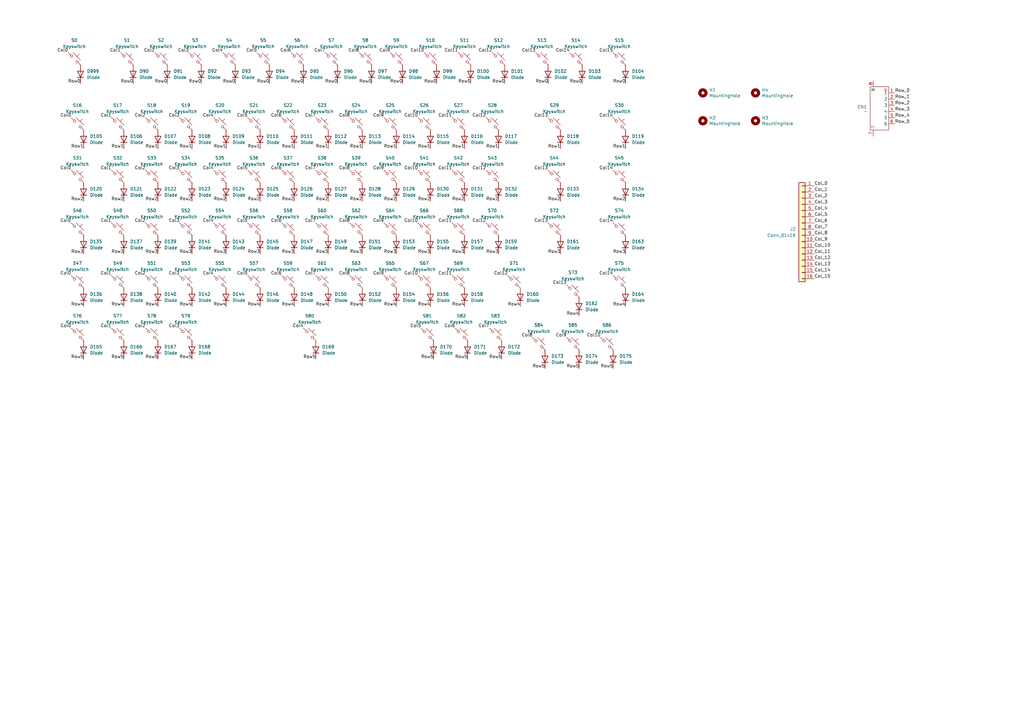
<source format=kicad_sch>
(kicad_sch (version 20231120) (generator "eeschema") (generator_version "8.0")
  (paper "A3")
  (title_block (title "KeebUno") (date "2024-09-21") (rev "0") (company "PsychoDuck") (comment 1 "Author: Gabiii"))
  (junction (at 345.44 -71.12))
  (label "Row_3" (at 213.36 -38.1 0))
  (label "Col_11" (at 243.84 -33.02 180))
  (label "Row_3" (at 111.76 -38.1 0))
  (label "Row2" (at 78.74 82.55 180))
  (label "Col_6" (at 142.24 -33.02 180))
  (label "Row_3" (at 193.04 -38.1 0))
  (label "Row5" (at 251.46 151.13 180))
  (label "Row2" (at 106.68 82.55 180))
  (label "Col7" (at 129.54 113.03 180))
  (label "Col_10" (at 334.01 101.6 0))
  (label "Row_3" (at 172.72 -38.1 0))
  (label "Col_0" (at 20.32 -58.42 180))
  (label "Col10" (at 173.99 21.59 180))
  (label "Col8" (at 143.51 113.03 180))
  (label "Row3" (at 162.56 104.14 180))
  (label "Col13" (at 224.79 48.26 180))
  (label "Col9" (at 232.41 138.43 180))
  (label "Row1" (at 50.8 60.96 180))
  (label "Row0" (at 33.02 34.29 180))
  (label "Col13" (at 224.79 69.85 180))
  (label "Col_8" (at 182.88 -58.42 180))
  (label "Col_12" (at 274.32 -33.02 180))
  (label "Col_3" (at 334.01 83.82 0))
  (label "Col_0" (at 334.01 76.2 0))
  (label "Row_2" (at 111.76 -50.8 0))
  (label "Row_5" (at 254 -12.7 0))
  (label "Row3" (at 34.29 104.14 180))
  (label "Row2" (at 229.87 82.55 180))
  (label "Col_3" (at 81.28 -45.72 180))
  (label "Col8" (at 143.51 91.44 180))
  (label "Row_1" (at 213.36 -63.5 0))
  (label "Row_1" (at 50.8 -63.5 0))
  (label "Col_11" (at 334.01 104.14 0))
  (label "Row_5" (at 233.68 -12.7 0))
  (label "Row_4" (at 213.36 -25.4 0))
  (label "Col_7" (at 162.56 -71.12 180))
  (label "Col14" (at 251.46 69.85 180))
  (label "Row_4" (at 152.4 -25.4 0))
  (label "Row4" (at 78.74 125.73 180))
  (label "Col7" (at 129.54 48.26 180))
  (label "Row4" (at 213.36 125.73 180))
  (label "Col10" (at 171.45 113.03 180))
  (label "Row3" (at 120.65 104.14 180))
  (label "Col0" (at 27.94 21.59 180))
  (label "Row_1" (at 345.44 -63.5 0))
  (label "Col_5" (at 334.01 88.9 0))
  (label "Col_14" (at 335.28 -45.72 180))
  (label "Col_14" (at 335.28 -58.42 180))
  (label "Col_1" (at 45.72 -86.995 180))
  (label "Col_1" (at 40.64 -58.42 180))
  (label "Row_5" (at 320.04 -9.525 0))
  (label "Row_4" (at 193.04 -25.4 0))
  (label "Col_5" (at 127 -86.995 180))
  (label "Row_3" (at 152.4 -38.1 0))
  (label "Col_13" (at 334.01 109.22 0))
  (label "Row1" (at 64.77 60.96 180))
  (label "Col5" (at 101.6 113.03 180))
  (label "Row5" (at 34.29 147.32 180))
  (label "Col_13" (at 294.64 -45.72 180))
  (label "Row3" (at 134.62 104.14 180))
  (label "Row_2" (at 50.8 -50.8 0))
  (label "Row_0" (at 345.44 -79.375 0))
  (label "Row_0" (at 76.2 -79.375 0))
  (label "Col_10" (at 223.52 -33.02 180))
  (label "Row_0" (at 325.12 -79.375 0))
  (label "Col_14" (at 334.01 111.76 0))
  (label "Row_1" (at 30.48 -63.5 0))
  (label "Row_3" (at 345.44 -38.1 0))
  (label "Row5" (at 191.77 147.32 180))
  (label "Row1" (at 176.53 60.96 180))
  (label "Col_4" (at 101.6 -58.42 180))
  (label "Row0" (at 110.49 34.29 180))
  (label "Col3" (at 73.66 48.26 180))
  (label "Col1" (at 45.72 134.62 180))
  (label "Col0" (at 29.21 91.44 180))
  (label "Row4" (at 190.5 125.73 180))
  (label "Row_4" (at 111.76 -25.4 0))
  (label "Col_9" (at 203.2 -33.02 180))
  (label "Col_5" (at 142.24 -20.32 180))
  (label "Row_0" (at 116.84 -79.375 0))
  (label "Row_5" (at 91.44 -12.7 0))
  (label "Row_4" (at 254 -25.4 0))
  (label "Col2" (at 59.69 134.62 180))
  (label "Row2" (at 134.62 82.55 180))
  (label "Col11" (at 185.42 91.44 180))
  (label "Col_4" (at 334.01 86.36 0))
  (label "Row_4" (at 30.48 -25.4 0))
  (label "Row1" (at 78.74 60.96 180))
  (label "Col_14" (at 335.28 -33.02 180))
  (label "Row_0" (at 238.76 -79.375 0))
  (label "Col_10" (at 223.52 -71.12 180))
  (label "Col_13" (at 294.64 -86.995 180))
  (label "Col_11" (at 243.84 -45.72 180))
  (label "Col_2" (at 60.96 -45.72 180))
  (label "Col_13" (at 309.88 -29.845 180))
  (label "Col9" (at 157.48 69.85 180))
  (label "Row_2" (at 233.68 -50.8 0))
  (label "Row3" (at 50.8 104.14 180))
  (label "Col_4" (at 101.6 -71.12 180))
  (label "Col_7" (at 167.64 -86.995 180))
  (label "Col10" (at 171.45 48.26 180))
  (label "Col_7" (at 162.56 -58.42 180))
  (label "Col0" (at 29.21 69.85 180))
  (label "Row_2" (at 30.48 -50.8 0))
  (label "Col3" (at 73.66 91.44 180))
  (label "Row3" (at 204.47 104.14 180))
  (label "Row_0" (at 157.48 -79.375 0))
  (label "Row_1" (at 172.72 -63.5 0))
  (label "Row_1" (at 274.32 -63.5 0))
  (label "Col_10" (at 223.52 -58.42 180))
  (label "Row_2" (at 254 -50.8 0))
  (label "Col_6" (at 142.24 -58.42 180))
  (label "Row3" (at 190.5 104.14 180))
  (label "Row5" (at 177.8 147.32 180))
  (label "Row5" (at 205.74 147.32 180))
  (label "Row1" (at 256.54 60.96 180))
  (label "Row4" (at 237.49 129.54 180))
  (label "Row4" (at 92.71 125.73 180))
  (label "Row_5" (at 367.03 50.8 0))
  (label "Row_3" (at 367.03 45.72 0))
  (label "Col6" (at 115.57 69.85 180))
  (label "Row0" (at 207.01 34.29 180))
  (label "Col3" (at 77.47 21.59 180))
  (label "Col10" (at 171.45 91.44 180))
  (label "Col_12" (at 330.2 -17.145 180))
  (label "Row1" (at 204.47 60.96 180))
  (label "Row_1" (at 71.12 -63.5 0))
  (label "Row_2" (at 345.44 -50.8 0))
  (label "Col3" (at 73.66 113.03 180))
  (label "Row_0" (at 96.52 -79.375 0))
  (label "Row_5" (at 299.72 -9.525 0))
  (label "Row_3" (at 91.44 -38.1 0))
  (label "Row_3" (at 30.48 -38.1 0))
  (label "Col_5" (at 121.92 -58.42 180))
  (label "Col0" (at 29.21 113.03 180))
  (label "Row_4" (at 345.44 -25.4 0))
  (label "Col_8" (at 182.88 -33.02 180))
  (label "Col_11" (at 309.88 -17.145 180))
  (label "Row_5" (at 50.8 -12.7 0))
  (label "Col_10" (at 228.6 -86.995 180))
  (label "Col6" (at 115.57 113.03 180))
  (label "Row_4" (at 233.68 -25.4 0))
  (label "Row2" (at 34.29 82.55 180))
  (label "Row0" (at 54.61 34.29 180))
  (label "Col2" (at 59.69 48.26 180))
  (label "Row_3" (at 132.08 -38.1 0))
  (label "Row1" (at 134.62 60.96 180))
  (label "Row5" (at 129.54 147.32 180))
  (label "Col6" (at 115.57 91.44 180))
  (label "Col_5" (at 121.92 -33.02 180))
  (label "Row_1" (at 304.8 -63.5 0))
  (label "Col_4" (at 101.6 -45.72 180))
  (label "Col_10" (at 223.52 -45.72 180))
  (label "Row_4" (at 50.8 -25.4 0))
  (label "Row1" (at 34.29 60.96 180))
  (label "Col4" (at 87.63 48.26 180))
  (label "Row0" (at 179.07 34.29 180))
  (label "Col_8" (at 334.01 96.52 0))
  (label "Col_9" (at 203.2 -71.12 180))
  (label "Row1" (at 229.87 60.96 180))
  (label "Col2" (at 63.5 21.59 180))
  (label "Row1" (at 92.71 60.96 180))
  (label "Row_1" (at 152.4 -63.5 0))
  (label "Col14" (at 233.68 21.59 180))
  (label "Row2" (at 50.8 82.55 180))
  (label "Col11" (at 185.42 69.85 180))
  (label "Col5" (at 172.72 134.62 180))
  (label "Col_15" (at 335.28 -86.995 180))
  (label "Col_4" (at 106.68 -86.995 180))
  (label "Row_0" (at 259.08 -79.375 0))
  (label "Col_2" (at 66.04 -86.995 180))
  (label "Row_5" (at 213.36 -12.7 0))
  (label "Row5" (at 78.74 147.32 180))
  (label "Col12" (at 199.39 91.44 180))
  (label "Col7" (at 129.54 91.44 180))
  (label "Row4" (at 176.53 125.73 180))
  (label "Col_1" (at 20.32 -20.32 180))
  (label "Col_9" (at 203.2 -58.42 180))
  (label "Col14" (at 251.46 91.44 180))
  (label "Row3" (at 256.54 104.14 180))
  (label "Row2" (at 92.71 82.55 180))
  (label "Row_3" (at 50.8 -38.1 0))
  (label "Col0" (at 29.21 134.62 180))
  (label "Row4" (at 106.68 125.73 180))
  (label "Col5" (at 101.6 91.44 180))
  (label "Col9" (at 160.02 21.59 180))
  (label "Row_5" (at 274.32 -12.7 0))
  (label "Row4" (at 148.59 125.73 180))
  (label "Row_1" (at 254 -63.5 0))
  (label "Row_2" (at 279.4 -50.8 0))
  (label "Col_6" (at 334.01 91.44 0))
  (label "Col_4" (at 81.28 -20.32 180))
  (label "Col_12" (at 264.16 -45.72 180))
  (label "Row_1" (at 111.76 -63.5 0))
  (label "Row3" (at 176.53 104.14 180))
  (label "Col4" (at 124.46 134.62 180))
  (label "Row0" (at 152.4 34.29 180))
  (label "Col_7" (at 162.56 -45.72 180))
  (label "Row_0" (at 198.12 -79.375 0))
  (label "Row3" (at 64.77 104.14 180))
  (label "Col13" (at 232.41 116.84 180))
  (label "Col_2" (at 60.96 -71.12 180))
  (label "Col_8" (at 187.96 -86.995 180))
  (label "Col11" (at 185.42 48.26 180))
  (label "Col_13" (at 299.72 -58.42 180))
  (label "Row_1" (at 91.44 -63.5 0))
  (label "Row0" (at 238.76 34.29 180))
  (label "Row4" (at 50.8 125.73 180))
  (label "Col0" (at 29.21 48.26 180))
  (label "Row_1" (at 345.44 -63.5 0))
  (label "Row2" (at 148.59 82.55 180))
  (label "Row_1" (at 132.08 -63.5 0))
  (label "Col_1" (at 40.64 -33.02 180))
  (label "Col1" (at 45.72 69.85 180))
  (label "Row4" (at 120.65 125.73 180))
  (label "Col2" (at 59.69 91.44 180))
  (label "Col_12" (at 334.01 106.68 0))
  (label "Row_0" (at 30.48 -79.375 0))
  (label "Row5" (at 50.8 147.32 180))
  (label "Row_3" (at 71.12 -38.1 0))
  (label "Row_0" (at 367.03 38.1 0))
  (label "Col_7" (at 223.52 -20.32 180))
  (label "Col_8" (at 182.88 -71.12 180))
  (label "Row3" (at 106.68 104.14 180))
  (label "Col_0" (at 20.32 -71.12 180))
  (label "Col6" (at 115.57 48.26 180))
  (label "Col_8" (at 182.88 -45.72 180))
  (label "Col_3" (at 81.28 -71.12 180))
  (label "Col_5" (at 121.92 -45.72 180))
  (label "Row2" (at 162.56 82.55 180))
  (label "Col12" (at 199.39 48.26 180))
  (label "Col_10" (at 289.56 -17.145 180))
  (label "Col1" (at 45.72 48.26 180))
  (label "Col_3" (at 81.28 -58.42 180))
  (label "Row_3" (at 274.32 -38.1 0))
  (label "Col11" (at 187.96 21.59 180))
  (label "Row3" (at 78.74 104.14 180))
  (label "Col_1" (at 40.64 -71.12 180))
  (label "Col_6" (at 203.2 -20.32 180))
  (label "Row_4" (at 284.48 -25.4 0))
  (label "Col_4" (at 101.6 -33.02 180))
  (label "Row_5" (at 152.4 -12.7 0))
  (label "Col_3" (at 86.36 -86.995 180))
  (label "Col5" (at 105.41 21.59 180))
  (label "Row_1" (at 233.68 -63.5 0))
  (label "Row2" (at 204.47 82.55 180))
  (label "Col_11" (at 248.92 -86.995 180))
  (label "Row4" (at 34.29 125.73 180))
  (label "Col9" (at 157.48 113.03 180))
  (label "Col_9" (at 203.2 -45.72 180))
  (label "Col_1" (at 334.01 78.74 0))
  (label "Row_5" (at 71.12 -12.7 0))
  (label "Row_0" (at 55.88 -79.375 0))
  (label "Row_5" (at 340.36 -9.525 0))
  (label "Row3" (at 229.87 104.14 180))
  (label "Col6" (at 119.38 21.59 180))
  (label "Row2" (at 190.5 82.55 180))
  (label "Row5" (at 237.49 151.13 180))
  (label "Row0" (at 138.43 34.29 180))
  (label "Col_8" (at 243.84 -20.32 180))
  (label "Row_0" (at 137.16 -79.375 0))
  (label "Col_7" (at 334.01 93.98 0))
  (label "Row0" (at 193.04 34.29 180))
  (label "Col_2" (at 60.96 -58.42 180))
  (label "Col_5" (at 121.92 -71.12 180))
  (label "Col_6" (at 142.24 -45.72 180))
  (label "Col15" (at 251.46 21.59 180))
  (label "Col_9" (at 208.28 -86.995 180))
  (label "Col14" (at 251.46 48.26 180))
  (label "Col_13" (at 294.64 -71.12 180))
  (label "Row3" (at 148.59 104.14 180))
  (label "Row0" (at 256.54 34.29 180))
  (label "Row1" (at 148.59 60.96 180))
  (label "Col1" (at 49.53 21.59 180))
  (label "Row_1" (at 367.03 40.64 0))
  (label "Col2" (at 59.69 113.03 180))
  (label "Row_4" (at 132.08 -25.4 0))
  (label "Col10" (at 171.45 69.85 180))
  (label "Row_0" (at 218.44 -79.375 0))
  (label "Row0" (at 82.55 34.29 180))
  (label "Row4" (at 134.62 125.73 180))
  (label "Row_3" (at 254 -38.1 0))
  (label "Row1" (at 190.5 60.96 180))
  (label "Col5" (at 101.6 69.85 180))
  (label "Row1" (at 162.56 60.96 180))
  (label "Row_5" (at 30.48 -12.7 0))
  (label "Col7" (at 200.66 134.62 180))
  (label "Col12" (at 199.39 69.85 180))
  (label "Col_3" (at 81.28 -33.02 180))
  (label "Col5" (at 101.6 48.26 180))
  (label "Col_3" (at 60.96 -20.32 180))
  (label "Col14" (at 251.46 113.03 180))
  (label "Col6" (at 186.69 134.62 180))
  (label "Col_0" (at 20.32 -20.32 180))
  (label "Row1" (at 120.65 60.96 180))
  (label "Col_9" (at 264.16 -20.32 180))
  (label "Row0" (at 224.79 34.29 180))
  (label "Col8" (at 147.32 21.59 180))
  (label "Row4" (at 162.56 125.73 180))
  (label "Col9" (at 157.48 91.44 180))
  (label "Row_2" (at 309.88 -50.8 0))
  (label "Col12" (at 208.28 113.03 180))
  (label "Col_0" (at 20.32 -45.72 180))
  (label "Col3" (at 73.66 69.85 180))
  (label "Row_2" (at 193.04 -50.8 0))
  (label "Row0" (at 68.58 34.29 180))
  (label "Row5" (at 223.52 151.13 180))
  (label "Col2" (at 59.69 69.85 180))
  (label "Col1" (at 45.72 91.44 180))
  (label "Col13" (at 224.79 91.44 180))
  (label "Col_2" (at 334.01 81.28 0))
  (label "Row_3" (at 304.8 -38.1 0))
  (label "Row2" (at 176.53 82.55 180))
  (label "Row0" (at 124.46 34.29 180))
  (label "Row_5" (at 30.48 -12.7 0))
  (label "Row5" (at 64.77 147.32 180))
  (label "Col_15" (at 334.01 114.3 0))
  (label "Row_4" (at 172.72 -25.4 0))
  (label "Col11" (at 185.42 113.03 180))
  (label "Col13" (at 219.71 21.59 180))
  (label "Row0" (at 96.52 34.29 180))
  (label "Row_2" (at 132.08 -50.8 0))
  (label "Col_2" (at 60.96 -33.02 180))
  (label "Col8" (at 218.44 138.43 180))
  (label "Row2" (at 120.65 82.55 180))
  (label "Col_2" (at 40.64 -20.32 180))
  (label "Row_0" (at 177.8 -79.375 0))
  (label "Row_4" (at 71.12 -25.4 0))
  (label "Col4" (at 91.44 21.59 180))
  (label "Col_6" (at 147.32 -86.995 180))
  (label "Col4" (at 87.63 91.44 180))
  (label "Col_12" (at 269.24 -58.42 180))
  (label "Col4" (at 87.63 69.85 180))
  (label "Row_0" (at 279.4 -79.375 0))
  (label "Row_1" (at 193.04 -63.5 0))
  (label "Col4" (at 87.63 113.03 180))
  (label "Row_2" (at 152.4 -50.8 0))
  (label "Col_14" (at 314.96 -86.995 180))
  (label "Col10" (at 246.38 138.43 180))
  (label "Row_2" (at 213.36 -50.8 0))
  (label "Row1" (at 106.68 60.96 180))
  (label "Col_9" (at 334.01 99.06 0))
  (label "Row0" (at 165.1 34.29 180))
  (label "Col7" (at 129.54 69.85 180))
  (label "Row_3" (at 233.68 -38.1 0))
  (label "Row4" (at 64.77 125.73 180))
  (label "Col7" (at 133.35 21.59 180))
  (label "Row_4" (at 367.03 48.26 0))
  (label "Col8" (at 143.51 48.26 180))
  (label "Col_7" (at 162.56 -33.02 180))
  (label "Row_0" (at 304.8 -79.375 0))
  (label "Col_11" (at 243.84 -71.12 180))
  (label "Row_4" (at 91.44 -25.4 0))
  (label "Row2" (at 256.54 82.55 180))
  (label "Col12" (at 201.93 21.59 180))
  (label "Col_14" (at 335.28 -71.12 180))
  (label "Col_12" (at 269.24 -86.995 180))
  (label "Col1" (at 45.72 113.03 180))
  (label "Row_2" (at 367.03 43.18 0))
  (label "Row_4" (at 320.04 -22.225 0))
  (label "Row_2" (at 71.12 -50.8 0))
  (label "Row2" (at 64.77 82.55 180))
  (label "Col_12" (at 264.16 -71.12 180))
  (label "Col_1" (at 40.64 -45.72 180))
  (label "Col8" (at 143.51 69.85 180))
  (label "Col_0" (at 20.32 -86.995 180))
  (label "Col_6" (at 142.24 -71.12 180))
  (label "Row_2" (at 172.72 -50.8 0))
  (label "Col_0" (at 20.32 -33.02 180))
  (label "Row3" (at 92.71 104.14 180))
  (label "Col3" (at 73.66 134.62 180))
  (label "Row4" (at 256.54 125.73 180))
  (label "Col_11" (at 243.84 -58.42 180))
  (label "Row_2" (at 91.44 -50.8 0))
  (label "Col9" (at 157.48 48.26 180))
  (symbol (lib_id "Mechanical:MountingHole") (at 288.29 49.53 0) (unit 1)
    (property "Reference" "H2" (at 290.83 48.3616 0) (effects (justify left)))
    (property "Value" "MountingHole" (at 290.83 50.673 0) (effects (justify left)))
    (property "Footprint" "MountingHole:MountingHole_3.2mm_M3_DIN965" (effects (hide yes)))
  )
  (symbol (lib_id "Mechanical:MountingHole") (at 288.29 38.1 0) (unit 1)
    (property "Reference" "H1" (at 290.83 36.9316 0) (effects (justify left)))
    (property "Value" "MountingHole" (at 290.83 39.243 0) (effects (justify left)))
    (property "Footprint" "MountingHole:MountingHole_3.2mm_M3_DIN965" (effects (hide yes)))
  )
  (symbol (lib_id "Mechanical:MountingHole") (at 309.88 38.1 0) (unit 1)
    (property "Reference" "H4" (at 312.42 36.9316 0) (effects (justify left)))
    (property "Value" "MountingHole" (at 312.42 39.243 0) (effects (justify left)))
    (property "Footprint" "MountingHole:MountingHole_3.2mm_M3_DIN965" (effects (hide yes)))
  )
  (symbol (lib_id "Mechanical:MountingHole") (at 309.88 49.53 0) (unit 1)
    (property "Reference" "H3" (at 312.42 48.3616 0) (effects (justify left)))
    (property "Value" "MountingHole" (at 312.42 50.673 0) (effects (justify left)))
    (property "Footprint" "MountingHole:MountingHole_3.2mm_M3_DIN965" (effects (hide yes)))
  )
  (symbol (lib_id "ScottoKeebs:Placeholder_Diode") (at 190.5 78.74 90) (unit 1)
    (property "Reference" "D131" (at 193.04 77.4699 90) (effects (justify right)))
    (property "Value" "Diode" (at 193.04 80.0099 90) (effects (justify right)))
    (property "Footprint" "ScottoKeebs_Components:Diode_SOD-123" (effects (hide yes)))
    (property "Description" "1N4148 (DO-35) or 1N4148W (SOD-123)" (effects (hide yes)))
    (property "Sim.Device" "D" (effects (hide yes)))
    (property "Sim.Pins" "1=K 2=A" (effects (hide yes)))
  )
  (symbol (lib_id "ScottoKeebs:Placeholder_Diode") (at 34.29 100.33 90) (unit 1)
    (property "Reference" "D135" (at 36.83 99.0599 90) (effects (justify right)))
    (property "Value" "Diode" (at 36.83 101.5999 90) (effects (justify right)))
    (property "Footprint" "ScottoKeebs_Components:Diode_SOD-123" (effects (hide yes)))
    (property "Description" "1N4148 (DO-35) or 1N4148W (SOD-123)" (effects (hide yes)))
    (property "Sim.Device" "D" (effects (hide yes)))
    (property "Sim.Pins" "1=K 2=A" (effects (hide yes)))
  )
  (symbol (lib_id "ScottoKeebs:Placeholder_Diode") (at 106.68 100.33 90) (unit 1)
    (property "Reference" "D145" (at 109.22 99.0599 90) (effects (justify right)))
    (property "Value" "Diode" (at 109.22 101.5999 90) (effects (justify right)))
    (property "Footprint" "ScottoKeebs_Components:Diode_SOD-123" (effects (hide yes)))
    (property "Description" "1N4148 (DO-35) or 1N4148W (SOD-123)" (effects (hide yes)))
    (property "Sim.Device" "D" (effects (hide yes)))
    (property "Sim.Pins" "1=K 2=A" (effects (hide yes)))
  )
  (symbol (lib_id "Switch:SW_Push") (at 208.28 -33.02 0) (unit 1)
    (property "Reference" "K71" (at 208.28 -38.9382 0) (effects (font (size 1.524 1.524))))
    (property "Value" ":,." (effects (hide yes)))
    (property "Footprint" "Button_Switch_Keyboard:SW_Cherry_MX_1.00u_PCB" (effects (hide yes)))
  )
  (symbol (lib_id "Device:D") (at 30.48 -41.91 90) (unit 1)
    (property "Reference" "D47" (at 30.48 -44.45 90) (effects (font (size 1.524 1.524)) (justify right)))
    (property "Value" "D" (effects (hide yes)))
    (property "Footprint" "Diode_SMD:D_0805_2012Metric_Pad1.15x1.40mm_HandSolder" (effects (hide yes)))
  )
  (symbol (lib_id "ScottoKeebs:Placeholder_Keyswitch") (at 204.47 24.13 0) (unit 1)
    (property "Reference" "S12" (at 204.47 16.51 0))
    (property "Value" "Keyswitch" (at 204.47 19.05 0))
    (property "Footprint" "ScottoKeebs_Hotswap:Hotswap_MX_1.00u" (effects (hide yes)))
    (property "Description" "Push button switch, normally open, two pins, 45° tilted" (effects (hide yes)))
  )
  (symbol (lib_id "Device:D") (at 30.48 -83.185 90) (unit 1)
    (property "Reference" "D0" (at 30.48 -85.725 90) (effects (font (size 1.524 1.524)) (justify right)))
    (property "Value" "D" (effects (hide yes)))
    (property "Footprint" "Diode_SMD:D_0805_2012Metric_Pad1.15x1.40mm_HandSolder" (effects (hide yes)))
  )
  (symbol (lib_id "Device:D") (at 71.12 -67.31 90) (unit 1)
    (property "Reference" "D18" (at 71.12 -69.85 90) (effects (font (size 1.524 1.524)) (justify right)))
    (property "Value" "D" (effects (hide yes)))
    (property "Footprint" "Diode_SMD:D_0805_2012Metric_Pad1.15x1.40mm_HandSolder" (effects (hide yes)))
  )
  (symbol (lib_id "Device:D") (at 304.8 -41.91 90) (unit 1)
    (property "Reference" "D60" (at 304.8 -44.45 90) (effects (font (size 1.524 1.524)) (justify right)))
    (property "Value" "D" (effects (hide yes)))
    (property "Footprint" "Diode_SMD:D_0805_2012Metric_Pad1.15x1.40mm_HandSolder" (effects (hide yes)))
  )
  (symbol (lib_id "Switch:SW_Push") (at 228.6 -33.02 0) (unit 1)
    (property "Reference" "K72" (at 228.6 -38.9382 0) (effects (font (size 1.524 1.524))))
    (property "Value" "-,_" (effects (hide yes)))
    (property "Footprint" "Button_Switch_Keyboard:SW_Cherry_MX_1.00u_PCB" (effects (hide yes)))
  )
  (symbol (lib_id "Switch:SW_Push") (at 248.92 -45.72 0) (unit 1)
    (property "Reference" "K58" (at 248.92 -51.6382 0) (effects (font (size 1.524 1.524))))
    (property "Value" "ª,º" (effects (hide yes)))
    (property "Footprint" "Button_Switch_Keyboard:SW_Cherry_MX_1.00u_PCB" (effects (hide yes)))
  )
  (symbol (lib_id "ScottoKeebs:Placeholder_Diode") (at 106.68 121.92 90) (unit 1)
    (property "Reference" "D146" (at 109.22 120.6499 90) (effects (justify right)))
    (property "Value" "Diode" (at 109.22 123.1899 90) (effects (justify right)))
    (property "Footprint" "ScottoKeebs_Components:Diode_SOD-123" (effects (hide yes)))
    (property "Description" "1N4148 (DO-35) or 1N4148W (SOD-123)" (effects (hide yes)))
    (property "Sim.Device" "D" (effects (hide yes)))
    (property "Sim.Pins" "1=K 2=A" (effects (hide yes)))
  )
  (symbol (lib_id "ScottoKeebs:Placeholder_Keyswitch") (at 107.95 24.13 0) (unit 1)
    (property "Reference" "S5" (at 107.95 16.51 0))
    (property "Value" "Keyswitch" (at 107.95 19.05 0))
    (property "Footprint" "ScottoKeebs_Hotswap:Hotswap_MX_1.00u" (effects (hide yes)))
    (property "Description" "Push button switch, normally open, two pins, 45° tilted" (effects (hide yes)))
  )
  (symbol (lib_id "ScottoKeebs:Placeholder_Diode") (at 162.56 100.33 90) (unit 1)
    (property "Reference" "D153" (at 165.1 99.0599 90) (effects (justify right)))
    (property "Value" "Diode" (at 165.1 101.5999 90) (effects (justify right)))
    (property "Footprint" "ScottoKeebs_Components:Diode_SOD-123" (effects (hide yes)))
    (property "Description" "1N4148 (DO-35) or 1N4148W (SOD-123)" (effects (hide yes)))
    (property "Sim.Device" "D" (effects (hide yes)))
    (property "Sim.Pins" "1=K 2=A" (effects (hide yes)))
  )
  (symbol (lib_id "Device:D") (at 172.72 -29.21 90) (unit 1)
    (property "Reference" "D69" (at 172.72 -31.75 90) (effects (font (size 1.524 1.524)) (justify right)))
    (property "Value" "D" (effects (hide yes)))
    (property "Footprint" "Diode_SMD:D_0805_2012Metric_Pad1.15x1.40mm_HandSolder" (effects (hide yes)))
  )
  (symbol (lib_id "Switch:SW_Push") (at 25.4 -20.32 0) (unit 1)
    (property "Reference" "K77" (at 25.4 -26.2382 0) (effects (font (size 1.524 1.524))))
    (property "Value" "Blank" (effects (hide yes)))
    (property "Footprint" "Button_Switch_Keyboard:SW_Cherry_MX_1.00u_PCB" (effects (hide yes)))
  )
  (symbol (lib_id "Switch:SW_Push") (at 340.36 -33.02 0) (unit 1)
    (property "Reference" "K75" (at 340.36 -38.9382 0) (effects (font (size 1.524 1.524))))
    (property "Value" "END" (effects (hide yes)))
    (property "Footprint" "Button_Switch_Keyboard:SW_Cherry_MX_1.00u_PCB" (effects (hide yes)))
  )
  (symbol (lib_id "Switch:SW_Push") (at 335.28 -17.145 0) (unit 1)
    (property "Reference" "K89" (at 335.28 -23.0632 0) (effects (font (size 1.524 1.524))))
    (property "Value" ">" (effects (hide yes)))
    (property "Footprint" "Button_Switch_Keyboard:SW_Cherry_MX_1.00u_PCB" (effects (hide yes)))
  )
  (symbol (lib_id "Device:D") (at 320.04 -26.035 90) (unit 1)
    (property "Reference" "D76" (at 320.04 -28.575 90) (effects (font (size 1.524 1.524)) (justify right)))
    (property "Value" "D" (effects (hide yes)))
    (property "Footprint" "Diode_SMD:D_0805_2012Metric_Pad1.15x1.40mm_HandSolder" (effects (hide yes)))
  )
  (symbol (lib_id "Switch:SW_Push") (at 233.68 -86.995 0) (unit 1)
    (property "Reference" "K10" (at 233.68 -92.9132 0) (effects (font (size 1.524 1.524))))
    (property "Value" "F10" (effects (hide yes)))
    (property "Footprint" "Button_Switch_Keyboard:SW_Cherry_MX_1.00u_PCB" (effects (hide yes)))
  )
  (symbol (lib_id "ScottoKeebs:Placeholder_Diode") (at 148.59 57.15 90) (unit 1)
    (property "Reference" "D113" (at 151.13 55.8799 90) (effects (justify right)))
    (property "Value" "Diode" (at 151.13 58.4199 90) (effects (justify right)))
    (property "Footprint" "ScottoKeebs_Components:Diode_SOD-123" (effects (hide yes)))
    (property "Description" "1N4148 (DO-35) or 1N4148W (SOD-123)" (effects (hide yes)))
    (property "Sim.Device" "D" (effects (hide yes)))
    (property "Sim.Pins" "1=K 2=A" (effects (hide yes)))
  )
  (symbol (lib_id "ScottoKeebs:Placeholder_Keyswitch") (at 90.17 115.57 0) (unit 1)
    (property "Reference" "S55" (at 90.17 107.95 0))
    (property "Value" "Keyswitch" (at 90.17 110.49 0))
    (property "Footprint" "ScottoKeebs_Hotswap:Hotswap_MX_1.00u" (effects (hide yes)))
    (property "Description" "Push button switch, normally open, two pins, 45° tilted" (effects (hide yes)))
  )
  (symbol (lib_id "Device:D") (at 30.48 -54.61 90) (unit 1)
    (property "Reference" "D32" (at 30.48 -57.15 90) (effects (font (size 1.524 1.524)) (justify right)))
    (property "Value" "D" (effects (hide yes)))
    (property "Footprint" "Diode_SMD:D_0805_2012Metric_Pad1.15x1.40mm_HandSolder" (effects (hide yes)))
  )
  (symbol (lib_id "ScottoKeebs:Placeholder_Keyswitch") (at 62.23 72.39 0) (unit 1)
    (property "Reference" "S33" (at 62.23 64.77 0))
    (property "Value" "Keyswitch" (at 62.23 67.31 0))
    (property "Footprint" "ScottoKeebs_Hotswap:Hotswap_MX_1.00u" (effects (hide yes)))
    (property "Description" "Push button switch, normally open, two pins, 45° tilted" (effects (hide yes)))
  )
  (symbol (lib_id "Device:D") (at 96.52 -83.185 90) (unit 1)
    (property "Reference" "D3" (at 96.52 -85.725 90) (effects (font (size 1.524 1.524)) (justify right)))
    (property "Value" "D" (effects (hide yes)))
    (property "Footprint" "Diode_SMD:D_0805_2012Metric_Pad1.15x1.40mm_HandSolder" (effects (hide yes)))
  )
  (symbol (lib_id "ScottoKeebs:Placeholder_Keyswitch") (at 132.08 72.39 0) (unit 1)
    (property "Reference" "S38" (at 132.08 64.77 0))
    (property "Value" "Keyswitch" (at 132.08 67.31 0))
    (property "Footprint" "ScottoKeebs_Hotswap:Hotswap_MX_1.00u" (effects (hide yes)))
    (property "Description" "Push button switch, normally open, two pins, 45° tilted" (effects (hide yes)))
  )
  (symbol (lib_id "Device:D") (at 111.76 -54.61 90) (unit 1)
    (property "Reference" "D36" (at 111.76 -57.15 90) (effects (font (size 1.524 1.524)) (justify right)))
    (property "Value" "D" (effects (hide yes)))
    (property "Footprint" "Diode_SMD:D_0805_2012Metric_Pad1.15x1.40mm_HandSolder" (effects (hide yes)))
  )
  (symbol (lib_id "Switch:SW_Push") (at 25.4 -86.995 0) (unit 1)
    (property "Reference" "K0" (at 25.4 -92.9132 0) (effects (font (size 1.524 1.524))))
    (property "Value" "ESC" (effects (hide yes)))
    (property "Footprint" "Button_Switch_Keyboard:SW_Cherry_MX_1.00u_PCB" (effects (hide yes)))
  )
  (symbol (lib_id "Device:D") (at 71.12 -41.91 90) (unit 1)
    (property "Reference" "D49" (at 71.12 -44.45 90) (effects (font (size 1.524 1.524)) (justify right)))
    (property "Value" "D" (effects (hide yes)))
    (property "Footprint" "Diode_SMD:D_0805_2012Metric_Pad1.15x1.40mm_HandSolder" (effects (hide yes)))
  )
  (symbol (lib_id "Device:D") (at 71.12 -29.21 90) (unit 1)
    (property "Reference" "D64" (at 71.12 -31.75 90) (effects (font (size 1.524 1.524)) (justify right)))
    (property "Value" "D" (effects (hide yes)))
    (property "Footprint" "Diode_SMD:D_0805_2012Metric_Pad1.15x1.40mm_HandSolder" (effects (hide yes)))
  )
  (symbol (lib_id "Device:D") (at 279.4 -83.185 90) (unit 1)
    (property "Reference" "D12" (at 279.4 -85.725 90) (effects (font (size 1.524 1.524)) (justify right)))
    (property "Value" "D" (effects (hide yes)))
    (property "Footprint" "Diode_SMD:D_0805_2012Metric_Pad1.15x1.40mm_HandSolder" (effects (hide yes)))
  )
  (symbol (lib_id "Switch:SW_Push") (at 167.64 -45.72 0) (unit 1)
    (property "Reference" "K54" (at 167.64 -51.6382 0) (effects (font (size 1.524 1.524))))
    (property "Value" "J" (effects (hide yes)))
    (property "Footprint" "Button_Switch_Keyboard:SW_Cherry_MX_1.00u_PCB" (effects (hide yes)))
  )
  (symbol (lib_id "Device:D") (at 152.4 -29.21 90) (unit 1)
    (property "Reference" "D68" (at 152.4 -31.75 90) (effects (font (size 1.524 1.524)) (justify right)))
    (property "Value" "D" (effects (hide yes)))
    (property "Footprint" "Diode_SMD:D_0805_2012Metric_Pad1.15x1.40mm_HandSolder" (effects (hide yes)))
  )
  (symbol (lib_id "Switch:SW_Push") (at 66.04 -71.12 0) (unit 1)
    (property "Reference" "K18" (at 66.04 -77.0382 0) (effects (font (size 1.524 1.524))))
    (property "Value" "\",@,,,,,,,,2" (effects (hide yes)))
    (property "Footprint" "Button_Switch_Keyboard:SW_Cherry_MX_1.00u_PCB" (effects (hide yes)))
  )
  (symbol (lib_id "ScottoKeebs:Placeholder_Diode") (at 152.4 30.48 90) (unit 1)
    (property "Reference" "D97" (at 154.94 29.2099 90) (effects (justify right)))
    (property "Value" "Diode" (at 154.94 31.7499 90) (effects (justify right)))
    (property "Footprint" "ScottoKeebs_Components:Diode_SOD-123" (effects (hide yes)))
    (property "Description" "1N4148 (DO-35) or 1N4148W (SOD-123)" (effects (hide yes)))
    (property "Sim.Device" "D" (effects (hide yes)))
    (property "Sim.Pins" "1=K 2=A" (effects (hide yes)))
  )
  (symbol (lib_id "ScottoKeebs:Placeholder_Keyswitch") (at 90.17 93.98 0) (unit 1)
    (property "Reference" "S54" (at 90.17 86.36 0))
    (property "Value" "Keyswitch" (at 90.17 88.9 0))
    (property "Footprint" "ScottoKeebs_Hotswap:Hotswap_MX_1.00u" (effects (hide yes)))
    (property "Description" "Push button switch, normally open, two pins, 45° tilted" (effects (hide yes)))
  )
  (symbol (lib_id "ScottoKeebs:Placeholder_Keyswitch") (at 160.02 50.8 0) (unit 1)
    (property "Reference" "S25" (at 160.02 43.18 0))
    (property "Value" "Keyswitch" (at 160.02 45.72 0))
    (property "Footprint" "ScottoKeebs_Hotswap:Hotswap_MX_1.00u" (effects (hide yes)))
    (property "Description" "Push button switch, normally open, two pins, 45° tilted" (effects (hide yes)))
  )
  (symbol (lib_id "Switch:SW_Push") (at 187.96 -58.42 0) (unit 1)
    (property "Reference" "K40" (at 187.96 -64.3382 0) (effects (font (size 1.524 1.524))))
    (property "Value" "I" (effects (hide yes)))
    (property "Footprint" "Button_Switch_Keyboard:SW_Cherry_MX_1.00u_PCB" (effects (hide yes)))
  )
  (symbol (lib_id "Device:D") (at 233.68 -41.91 90) (unit 1)
    (property "Reference" "D57" (at 233.68 -44.45 90) (effects (font (size 1.524 1.524)) (justify right)))
    (property "Value" "D" (effects (hide yes)))
    (property "Footprint" "Diode_SMD:D_0805_2012Metric_Pad1.15x1.40mm_HandSolder" (effects (hide yes)))
  )
  (symbol (lib_id "ScottoKeebs:Placeholder_Keyswitch") (at 118.11 115.57 0) (unit 1)
    (property "Reference" "S59" (at 118.11 107.95 0))
    (property "Value" "Keyswitch" (at 118.11 110.49 0))
    (property "Footprint" "ScottoKeebs_Hotswap:Hotswap_MX_1.00u" (effects (hide yes)))
    (property "Description" "Push button switch, normally open, two pins, 45° tilted" (effects (hide yes)))
  )
  (symbol (lib_id "Switch:SW_Push") (at 304.8 -58.42 0) (unit 1)
    (property "Reference" "K45" (at 304.8 -64.3382 0) (effects (font (size 1.524 1.524))))
    (property "Value" "|,\\" (effects (hide yes)))
    (property "Footprint" "Button_Switch_Keyboard:SW_Cherry_MX_1.50u_PCB" (effects (hide yes)))
  )
  (symbol (lib_id "Device:D") (at 279.4 -54.61 90) (unit 1)
    (property "Reference" "D44" (at 279.4 -57.15 90) (effects (font (size 1.524 1.524)) (justify right)))
    (property "Value" "D" (effects (hide yes)))
    (property "Footprint" "Diode_SMD:D_0805_2012Metric_Pad1.15x1.40mm_HandSolder" (effects (hide yes)))
  )
  (symbol (lib_id "ScottoKeebs:Placeholder_Diode") (at 120.65 57.15 90) (unit 1)
    (property "Reference" "D111" (at 123.19 55.8799 90) (effects (justify right)))
    (property "Value" "Diode" (at 123.19 58.4199 90) (effects (justify right)))
    (property "Footprint" "ScottoKeebs_Components:Diode_SOD-123" (effects (hide yes)))
    (property "Description" "1N4148 (DO-35) or 1N4148W (SOD-123)" (effects (hide yes)))
    (property "Sim.Device" "D" (effects (hide yes)))
    (property "Sim.Pins" "1=K 2=A" (effects (hide yes)))
  )
  (symbol (lib_id "Switch:SW_Push") (at 127 -45.72 0) (unit 1)
    (property "Reference" "K52" (at 127 -51.6382 0) (effects (font (size 1.524 1.524))))
    (property "Value" "G" (effects (hide yes)))
    (property "Footprint" "Button_Switch_Keyboard:SW_Cherry_MX_1.00u_PCB" (effects (hide yes)))
  )
  (symbol (lib_id "ScottoKeebs:Placeholder_Diode") (at 92.71 57.15 90) (unit 1)
    (property "Reference" "D109" (at 95.25 55.8799 90) (effects (justify right)))
    (property "Value" "Diode" (at 95.25 58.4199 90) (effects (justify right)))
    (property "Footprint" "ScottoKeebs_Components:Diode_SOD-123" (effects (hide yes)))
    (property "Description" "1N4148 (DO-35) or 1N4148W (SOD-123)" (effects (hide yes)))
    (property "Sim.Device" "D" (effects (hide yes)))
    (property "Sim.Pins" "1=K 2=A" (effects (hide yes)))
  )
  (symbol (lib_id "Switch:SW_Push") (at 132.08 -86.995 0) (unit 1)
    (property "Reference" "K5" (at 132.08 -92.9132 0) (effects (font (size 1.524 1.524))))
    (property "Value" "F5" (effects (hide yes)))
    (property "Footprint" "Button_Switch_Keyboard:SW_Cherry_MX_1.00u_PCB" (effects (hide yes)))
  )
  (symbol (lib_id "Device:D") (at 198.12 -83.185 90) (unit 1)
    (property "Reference" "D8" (at 198.12 -85.725 90) (effects (font (size 1.524 1.524)) (justify right)))
    (property "Value" "D" (effects (hide yes)))
    (property "Footprint" "Diode_SMD:D_0805_2012Metric_Pad1.15x1.40mm_HandSolder" (effects (hide yes)))
  )
  (symbol (lib_id "ScottoKeebs:Placeholder_Diode") (at 78.74 57.15 90) (unit 1)
    (property "Reference" "D108" (at 81.28 55.8799 90) (effects (justify right)))
    (property "Value" "Diode" (at 81.28 58.4199 90) (effects (justify right)))
    (property "Footprint" "ScottoKeebs_Components:Diode_SOD-123" (effects (hide yes)))
    (property "Description" "1N4148 (DO-35) or 1N4148W (SOD-123)" (effects (hide yes)))
    (property "Sim.Device" "D" (effects (hide yes)))
    (property "Sim.Pins" "1=K 2=A" (effects (hide yes)))
  )
  (symbol (lib_id "ScottoKeebs:Placeholder_Diode") (at 177.8 143.51 90) (unit 1)
    (property "Reference" "D170" (at 180.34 142.2399 90) (effects (justify right)))
    (property "Value" "Diode" (at 180.34 144.7799 90) (effects (justify right)))
    (property "Footprint" "ScottoKeebs_Components:Diode_SOD-123" (effects (hide yes)))
    (property "Description" "1N4148 (DO-35) or 1N4148W (SOD-123)" (effects (hide yes)))
    (property "Sim.Device" "D" (effects (hide yes)))
    (property "Sim.Pins" "1=K 2=A" (effects (hide yes)))
  )
  (symbol (lib_id "Device:D") (at 50.8 -41.91 90) (unit 1)
    (property "Reference" "D48" (at 50.8 -44.45 90) (effects (font (size 1.524 1.524)) (justify right)))
    (property "Value" "D" (effects (hide yes)))
    (property "Footprint" "Diode_SMD:D_0805_2012Metric_Pad1.15x1.40mm_HandSolder" (effects (hide yes)))
  )
  (symbol (lib_id "ScottoKeebs:Placeholder_Keyswitch") (at 210.82 115.57 0) (unit 1)
    (property "Reference" "S71" (at 210.82 107.95 0))
    (property "Value" "Keyswitch" (at 210.82 110.49 0))
    (property "Footprint" "ScottoKeebs_Hotswap:Hotswap_MX_1.00u" (effects (hide yes)))
    (property "Description" "Push button switch, normally open, two pins, 45° tilted" (effects (hide yes)))
  )
  (symbol (lib_id "ScottoKeebs:Placeholder_Keyswitch") (at 66.04 24.13 0) (unit 1)
    (property "Reference" "S2" (at 66.04 16.51 0))
    (property "Value" "Keyswitch" (at 66.04 19.05 0))
    (property "Footprint" "ScottoKeebs_Hotswap:Hotswap_MX_1.00u" (effects (hide yes)))
    (property "Description" "Push button switch, normally open, two pins, 45° tilted" (effects (hide yes)))
  )
  (symbol (lib_id "ScottoKeebs:Placeholder_Diode") (at 138.43 30.48 90) (unit 1)
    (property "Reference" "D96" (at 140.97 29.2099 90) (effects (justify right)))
    (property "Value" "Diode" (at 140.97 31.7499 90) (effects (justify right)))
    (property "Footprint" "ScottoKeebs_Components:Diode_SOD-123" (effects (hide yes)))
    (property "Description" "1N4148 (DO-35) or 1N4148W (SOD-123)" (effects (hide yes)))
    (property "Sim.Device" "D" (effects (hide yes)))
    (property "Sim.Pins" "1=K 2=A" (effects (hide yes)))
  )
  (symbol (lib_id "Switch:SW_Push") (at 269.24 -71.12 0) (unit 1)
    (property "Reference" "K28" (at 269.24 -77.0382 0) (effects (font (size 1.524 1.524))))
    (property "Value" "»,«" (effects (hide yes)))
    (property "Footprint" "Button_Switch_Keyboard:SW_Cherry_MX_1.00u_PCB" (effects (hide yes)))
  )
  (symbol (lib_id "Switch:SW_Push") (at 269.24 -45.72 0) (unit 1)
    (property "Reference" "K59" (at 269.24 -51.6382 0) (effects (font (size 1.524 1.524))))
    (property "Value" "^,~~" (effects (hide yes)))
    (property "Footprint" "Button_Switch_Keyboard:SW_Cherry_MX_1.00u_PCB" (effects (hide yes)))
  )
  (symbol (lib_id "ScottoKeebs:Placeholder_Diode") (at 256.54 121.92 90) (unit 1)
    (property "Reference" "D164" (at 259.08 120.6499 90) (effects (justify right)))
    (property "Value" "Diode" (at 259.08 123.1899 90) (effects (justify right)))
    (property "Footprint" "ScottoKeebs_Components:Diode_SOD-123" (effects (hide yes)))
    (property "Description" "1N4148 (DO-35) or 1N4148W (SOD-123)" (effects (hide yes)))
    (property "Sim.Device" "D" (effects (hide yes)))
    (property "Sim.Pins" "1=K 2=A" (effects (hide yes)))
  )
  (symbol (lib_id "ScottoKeebs:Placeholder_Diode") (at 237.49 147.32 90) (unit 1)
    (property "Reference" "D174" (at 240.03 146.0499 90) (effects (justify right)))
    (property "Value" "Diode" (at 240.03 148.5899 90) (effects (justify right)))
    (property "Footprint" "ScottoKeebs_Components:Diode_SOD-123" (effects (hide yes)))
    (property "Description" "1N4148 (DO-35) or 1N4148W (SOD-123)" (effects (hide yes)))
    (property "Sim.Device" "D" (effects (hide yes)))
    (property "Sim.Pins" "1=K 2=A" (effects (hide yes)))
  )
  (symbol (lib_id "Device:D") (at 193.04 -41.91 90) (unit 1)
    (property "Reference" "D55" (at 193.04 -44.45 90) (effects (font (size 1.524 1.524)) (justify right)))
    (property "Value" "D" (effects (hide yes)))
    (property "Footprint" "Diode_SMD:D_0805_2012Metric_Pad1.15x1.40mm_HandSolder" (effects (hide yes)))
  )
  (symbol (lib_id "Switch:SW_Push") (at 106.68 -71.12 0) (unit 1)
    (property "Reference" "K20" (at 106.68 -77.0382 0) (effects (font (size 1.524 1.524))))
    (property "Value" "$,§,,,,,,,,4" (effects (hide yes)))
    (property "Footprint" "Button_Switch_Keyboard:SW_Cherry_MX_1.00u_PCB" (effects (hide yes)))
  )
  (symbol (lib_id "Device:D") (at 30.48 -29.21 90) (unit 1)
    (property "Reference" "D62" (at 30.48 -31.75 90) (effects (font (size 1.524 1.524)) (justify right)))
    (property "Value" "D" (effects (hide yes)))
    (property "Footprint" "Diode_SMD:D_0805_2012Metric_Pad1.15x1.40mm_HandSolder" (effects (hide yes)))
  )
  (symbol (lib_id "ScottoKeebs:Placeholder_Keyswitch") (at 173.99 50.8 0) (unit 1)
    (property "Reference" "S26" (at 173.99 43.18 0))
    (property "Value" "Keyswitch" (at 173.99 45.72 0))
    (property "Footprint" "ScottoKeebs_Hotswap:Hotswap_MX_1.00u" (effects (hide yes)))
    (property "Description" "Push button switch, normally open, two pins, 45° tilted" (effects (hide yes)))
  )
  (symbol (lib_id "Switch:SW_Push") (at 147.32 -71.12 0) (unit 1)
    (property "Reference" "K22" (at 147.32 -77.0382 0) (effects (font (size 1.524 1.524))))
    (property "Value" "&,,,,,,,,,6" (effects (hide yes)))
    (property "Footprint" "Button_Switch_Keyboard:SW_Cherry_MX_1.00u_PCB" (effects (hide yes)))
  )
  (symbol (lib_id "ScottoKeebs:Placeholder_Keyswitch") (at 118.11 72.39 0) (unit 1)
    (property "Reference" "S37" (at 118.11 64.77 0))
    (property "Value" "Keyswitch" (at 118.11 67.31 0))
    (property "Footprint" "ScottoKeebs_Hotswap:Hotswap_MX_1.00u" (effects (hide yes)))
    (property "Description" "Push button switch, normally open, two pins, 45° tilted" (effects (hide yes)))
  )
  (symbol (lib_id "ScottoKeebs:Placeholder_Diode") (at 213.36 121.92 90) (unit 1)
    (property "Reference" "D160" (at 215.9 120.6499 90) (effects (justify right)))
    (property "Value" "Diode" (at 215.9 123.1899 90) (effects (justify right)))
    (property "Footprint" "ScottoKeebs_Components:Diode_SOD-123" (effects (hide yes)))
    (property "Description" "1N4148 (DO-35) or 1N4148W (SOD-123)" (effects (hide yes)))
    (property "Sim.Device" "D" (effects (hide yes)))
    (property "Sim.Pins" "1=K 2=A" (effects (hide yes)))
  )
  (symbol (lib_id "ScottoKeebs:Placeholder_Diode") (at 134.62 57.15 90) (unit 1)
    (property "Reference" "D112" (at 137.16 55.8799 90) (effects (justify right)))
    (property "Value" "Diode" (at 137.16 58.4199 90) (effects (justify right)))
    (property "Footprint" "ScottoKeebs_Components:Diode_SOD-123" (effects (hide yes)))
    (property "Description" "1N4148 (DO-35) or 1N4148W (SOD-123)" (effects (hide yes)))
    (property "Sim.Device" "D" (effects (hide yes)))
    (property "Sim.Pins" "1=K 2=A" (effects (hide yes)))
  )
  (symbol (lib_id "Device:D") (at 238.76 -83.185 90) (unit 1)
    (property "Reference" "D10" (at 238.76 -85.725 90) (effects (font (size 1.524 1.524)) (justify right)))
    (property "Value" "D" (effects (hide yes)))
    (property "Footprint" "Diode_SMD:D_0805_2012Metric_Pad1.15x1.40mm_HandSolder" (effects (hide yes)))
  )
  (symbol (lib_id "ScottoKeebs:Placeholder_Diode") (at 120.65 78.74 90) (unit 1)
    (property "Reference" "D126" (at 123.19 77.4699 90) (effects (justify right)))
    (property "Value" "Diode" (at 123.19 80.0099 90) (effects (justify right)))
    (property "Footprint" "ScottoKeebs_Components:Diode_SOD-123" (effects (hide yes)))
    (property "Description" "1N4148 (DO-35) or 1N4148W (SOD-123)" (effects (hide yes)))
    (property "Sim.Device" "D" (effects (hide yes)))
    (property "Sim.Pins" "1=K 2=A" (effects (hide yes)))
  )
  (symbol (lib_id "Switch:SW_Push") (at 147.32 -20.32 0) (unit 1)
    (property "Reference" "K82" (at 147.32 -26.2382 0) (effects (font (size 1.524 1.524))))
    (property "Value" "Blank" (effects (hide yes)))
    (property "Footprint" "Button_Switch_Keyboard:SW_Cherry_MX_2.75u_PCB" (effects (hide yes)))
  )
  (symbol (lib_id "Switch:SW_Push") (at 66.04 -58.42 0) (unit 1)
    (property "Reference" "K34" (at 66.04 -64.3382 0) (effects (font (size 1.524 1.524))))
    (property "Value" "W" (effects (hide yes)))
    (property "Footprint" "Button_Switch_Keyboard:SW_Cherry_MX_1.00u_PCB" (effects (hide yes)))
  )
  (symbol (lib_id "Device:D") (at 172.72 -67.31 90) (unit 1)
    (property "Reference" "D23" (at 172.72 -69.85 90) (effects (font (size 1.524 1.524)) (justify right)))
    (property "Value" "D" (effects (hide yes)))
    (property "Footprint" "Diode_SMD:D_0805_2012Metric_Pad1.15x1.40mm_HandSolder" (effects (hide yes)))
  )
  (symbol (lib_id "ScottoKeebs:Placeholder_Diode") (at 106.68 78.74 90) (unit 1)
    (property "Reference" "D125" (at 109.22 77.4699 90) (effects (justify right)))
    (property "Value" "Diode" (at 109.22 80.0099 90) (effects (justify right)))
    (property "Footprint" "ScottoKeebs_Components:Diode_SOD-123" (effects (hide yes)))
    (property "Description" "1N4148 (DO-35) or 1N4148W (SOD-123)" (effects (hide yes)))
    (property "Sim.Device" "D" (effects (hide yes)))
    (property "Sim.Pins" "1=K 2=A" (effects (hide yes)))
  )
  (symbol (lib_id "Switch:SW_Push") (at 187.96 -45.72 0) (unit 1)
    (property "Reference" "K55" (at 187.96 -51.6382 0) (effects (font (size 1.524 1.524))))
    (property "Value" "K" (effects (hide yes)))
    (property "Footprint" "Button_Switch_Keyboard:SW_Cherry_MX_1.00u_PCB" (effects (hide yes)))
  )
  (symbol (lib_id "ScottoKeebs:Placeholder_Diode") (at 78.74 143.51 90) (unit 1)
    (property "Reference" "D168" (at 81.28 142.2399 90) (effects (justify right)))
    (property "Value" "Diode" (at 81.28 144.7799 90) (effects (justify right)))
    (property "Footprint" "ScottoKeebs_Components:Diode_SOD-123" (effects (hide yes)))
    (property "Description" "1N4148 (DO-35) or 1N4148W (SOD-123)" (effects (hide yes)))
    (property "Sim.Device" "D" (effects (hide yes)))
    (property "Sim.Pins" "1=K 2=A" (effects (hide yes)))
  )
  (symbol (lib_id "Switch:SW_Push") (at 71.12 -86.995 0) (unit 1)
    (property "Reference" "K2" (at 71.12 -92.9132 0) (effects (font (size 1.524 1.524))))
    (property "Value" "F2" (effects (hide yes)))
    (property "Footprint" "Button_Switch_Keyboard:SW_Cherry_MX_1.00u_PCB" (effects (hide yes)))
  )
  (symbol (lib_id "ScottoKeebs:Placeholder_Diode") (at 68.58 30.48 90) (unit 1)
    (property "Reference" "D91" (at 71.12 29.2099 90) (effects (justify right)))
    (property "Value" "Diode" (at 71.12 31.7499 90) (effects (justify right)))
    (property "Footprint" "ScottoKeebs_Components:Diode_SOD-123" (effects (hide yes)))
    (property "Description" "1N4148 (DO-35) or 1N4148W (SOD-123)" (effects (hide yes)))
    (property "Sim.Device" "D" (effects (hide yes)))
    (property "Sim.Pins" "1=K 2=A" (effects (hide yes)))
  )
  (symbol (lib_id "Device:D") (at 233.68 -67.31 90) (unit 1)
    (property "Reference" "D26" (at 233.68 -69.85 90) (effects (font (size 1.524 1.524)) (justify right)))
    (property "Value" "D" (effects (hide yes)))
    (property "Footprint" "Diode_SMD:D_0805_2012Metric_Pad1.15x1.40mm_HandSolder" (effects (hide yes)))
  )
  (symbol (lib_id "Device:D") (at 345.44 -41.91 90) (unit 1)
    (property "Reference" "D61" (at 345.44 -44.45 90) (effects (font (size 1.524 1.524)) (justify right)))
    (property "Value" "D" (effects (hide yes)))
    (property "Footprint" "Diode_SMD:D_0805_2012Metric_Pad1.15x1.40mm_HandSolder" (effects (hide yes)))
  )
  (symbol (lib_id "Device:D") (at 50.8 -54.61 90) (unit 1)
    (property "Reference" "D33" (at 50.8 -57.15 90) (effects (font (size 1.524 1.524)) (justify right)))
    (property "Value" "D" (effects (hide yes)))
    (property "Footprint" "Diode_SMD:D_0805_2012Metric_Pad1.15x1.40mm_HandSolder" (effects (hide yes)))
  )
  (symbol (lib_id "ScottoKeebs:Placeholder_Keyswitch") (at 76.2 93.98 0) (unit 1)
    (property "Reference" "S52" (at 76.2 86.36 0))
    (property "Value" "Keyswitch" (at 76.2 88.9 0))
    (property "Footprint" "ScottoKeebs_Hotswap:Hotswap_MX_1.00u" (effects (hide yes)))
    (property "Description" "Push button switch, normally open, two pins, 45° tilted" (effects (hide yes)))
  )
  (symbol (lib_id "ScottoKeebs:Placeholder_Diode") (at 33.02 30.48 90) (unit 1)
    (property "Reference" "D999" (at 35.56 29.2099 90) (effects (justify right)))
    (property "Value" "Diode" (at 35.56 31.7499 90) (effects (justify right)))
    (property "Footprint" "ScottoKeebs_Components:Diode_SOD-123" (effects (hide yes)))
    (property "Description" "1N4148 (DO-35) or 1N4148W (SOD-123)" (effects (hide yes)))
    (property "Sim.Device" "D" (effects (hide yes)))
    (property "Sim.Pins" "1=K 2=A" (effects (hide yes)))
  )
  (symbol (lib_id "Switch:SW_Push") (at 91.44 -86.995 0) (unit 1)
    (property "Reference" "K3" (at 91.44 -92.9132 0) (effects (font (size 1.524 1.524))))
    (property "Value" "F3" (effects (hide yes)))
    (property "Footprint" "Button_Switch_Keyboard:SW_Cherry_MX_1.00u_PCB" (effects (hide yes)))
  )
  (symbol (lib_id "Device:D") (at 309.88 -54.61 90) (unit 1)
    (property "Reference" "D45" (at 309.88 -57.15 90) (effects (font (size 1.524 1.524)) (justify right)))
    (property "Value" "D" (effects (hide yes)))
    (property "Footprint" "Diode_SMD:D_0805_2012Metric_Pad1.15x1.40mm_HandSolder" (effects (hide yes)))
  )
  (symbol (lib_id "ScottoKeebs:Placeholder_Keyswitch") (at 254 93.98 0) (unit 1)
    (property "Reference" "S74" (at 254 86.36 0))
    (property "Value" "Keyswitch" (at 254 88.9 0))
    (property "Footprint" "ScottoKeebs_Hotswap:Hotswap_MX_1.00u" (effects (hide yes)))
    (property "Description" "Push button switch, normally open, two pins, 45° tilted" (effects (hide yes)))
  )
  (symbol (lib_id "fpc connectors:KH-CL1.0-H2.5-6PIN") (at 361.95 44.45 0) (mirror y) (unit 1)
    (property "Reference" "CN1" (at 355.6 43.8149 0) (effects (justify left)))
    (property "Value" "~" (at 355.6 45.72 0) (effects (justify left)))
    (property "Footprint" "fpcSmd6pin:FPC-SMD_KH-CL1.0-H2.5-6PIN" (effects (hide yes)))
    (property "Datasheet" "https://atta.szlcsc.com/upload/public/pdf/source/20210409/C2797238_91B5D5B4ED10EBA4C4A6331FB86F3782.pdf" (effects (hide yes)))
    (property "Description" "Locking Feature:抽屉式 Contact Type:Bottom Contact Number of Contacts:6P Pitch:1mm Mounting Type:卧贴 FFC, FCB Thickness:0.3mm FFC, FCB Thickness:0.3mm Height Above Board:2.5mm Operating Temperature Range:-25°C~+85°C Operating Temperature Range:-25°C~+85°C" (effects (hide yes)))
    (property "Manufacturer Part" "KH-CL1.0-H2.5-6PIN" (effects (hide yes)))
    (property "Manufacturer" "kinghelm(金航标)" (effects (hide yes)))
    (property "Supplier Part" "C2797238" (effects (hide yes)))
    (property "Supplier" "LCSC" (effects (hide yes)))
    (property "LCSC Part Name" "间距:1mm P数:6P 抽屉式 下接" (effects (hide yes)))
  )
  (symbol (lib_id "Switch:SW_Push") (at 25.4 -20.32 0) (unit 1)
    (property "Reference" "K78" (effects (hide yes)))
    (property "Value" "CTRL" (effects (hide yes)))
    (property "Footprint" "Button_Switch_Keyboard:SW_Cherry_MX_1.00u_PCB" (effects (hide yes)))
  )
  (symbol (lib_id "Device:D") (at 157.48 -83.185 90) (unit 1)
    (property "Reference" "D6" (at 157.48 -85.725 90) (effects (font (size 1.524 1.524)) (justify right)))
    (property "Value" "D" (effects (hide yes)))
    (property "Footprint" "Diode_SMD:D_0805_2012Metric_Pad1.15x1.40mm_HandSolder" (effects (hide yes)))
  )
  (symbol (lib_id "Switch:SW_Push") (at 45.72 -20.32 0) (unit 1)
    (property "Reference" "K79" (at 45.72 -26.2382 0) (effects (font (size 1.524 1.524))))
    (property "Value" "SUPER" (effects (hide yes)))
    (property "Footprint" "Button_Switch_Keyboard:SW_Cherry_MX_1.00u_PCB" (effects (hide yes)))
  )
  (symbol (lib_id "Switch:SW_Push") (at 248.92 -33.02 0) (unit 1)
    (property "Reference" "K73" (at 248.92 -38.9382 0) (effects (font (size 1.524 1.524))))
    (property "Value" ">,,,,,,,,,<" (effects (hide yes)))
    (property "Footprint" "Button_Switch_Keyboard:SW_Cherry_MX_1.00u_PCB" (effects (hide yes)))
  )
  (symbol (lib_id "ScottoKeebs:Placeholder_Keyswitch") (at 31.75 137.16 0) (unit 1)
    (property "Reference" "S76" (at 31.75 129.54 0))
    (property "Value" "Keyswitch" (at 31.75 132.08 0))
    (property "Footprint" "ScottoKeebs_Hotswap:Hotswap_MX_1.00u" (effects (hide yes)))
    (property "Description" "Push button switch, normally open, two pins, 45° tilted" (effects (hide yes)))
  )
  (symbol (lib_id "Switch:SW_Push") (at 66.04 -20.32 0) (unit 1)
    (property "Reference" "K80" (at 66.04 -26.2382 0) (effects (font (size 1.524 1.524))))
    (property "Value" "ALT" (effects (hide yes)))
    (property "Footprint" "Button_Switch_Keyboard:SW_Cherry_MX_1.00u_PCB" (effects (hide yes)))
  )
  (symbol (lib_id "ScottoKeebs:Placeholder_Diode") (at 179.07 30.48 90) (unit 1)
    (property "Reference" "D99" (at 181.61 29.2099 90) (effects (justify right)))
    (property "Value" "Diode" (at 181.61 31.7499 90) (effects (justify right)))
    (property "Footprint" "ScottoKeebs_Components:Diode_SOD-123" (effects (hide yes)))
    (property "Description" "1N4148 (DO-35) or 1N4148W (SOD-123)" (effects (hide yes)))
    (property "Sim.Device" "D" (effects (hide yes)))
    (property "Sim.Pins" "1=K 2=A" (effects (hide yes)))
  )
  (symbol (lib_id "ScottoKeebs:Placeholder_Diode") (at 205.74 143.51 90) (unit 1)
    (property "Reference" "D172" (at 208.28 142.2399 90) (effects (justify right)))
    (property "Value" "Diode" (at 208.28 144.7799 90) (effects (justify right)))
    (property "Footprint" "ScottoKeebs_Components:Diode_SOD-123" (effects (hide yes)))
    (property "Description" "1N4148 (DO-35) or 1N4148W (SOD-123)" (effects (hide yes)))
    (property "Sim.Device" "D" (effects (hide yes)))
    (property "Sim.Pins" "1=K 2=A" (effects (hide yes)))
  )
  (symbol (lib_id "ScottoKeebs:Placeholder_Keyswitch") (at 160.02 115.57 0) (unit 1)
    (property "Reference" "S65" (at 160.02 107.95 0))
    (property "Value" "Keyswitch" (at 160.02 110.49 0))
    (property "Footprint" "ScottoKeebs_Hotswap:Hotswap_MX_1.00u" (effects (hide yes)))
    (property "Description" "Push button switch, normally open, two pins, 45° tilted" (effects (hide yes)))
  )
  (symbol (lib_id "ScottoKeebs:Placeholder_Diode") (at 64.77 78.74 90) (unit 1)
    (property "Reference" "D122" (at 67.31 77.4699 90) (effects (justify right)))
    (property "Value" "Diode" (at 67.31 80.0099 90) (effects (justify right)))
    (property "Footprint" "ScottoKeebs_Components:Diode_SOD-123" (effects (hide yes)))
    (property "Description" "1N4148 (DO-35) or 1N4148W (SOD-123)" (effects (hide yes)))
    (property "Sim.Device" "D" (effects (hide yes)))
    (property "Sim.Pins" "1=K 2=A" (effects (hide yes)))
  )
  (symbol (lib_id "Device:D") (at 345.44 -54.61 90) (unit 1)
    (property "Reference" "D46" (at 345.44 -57.15 90) (effects (font (size 1.524 1.524)) (justify right)))
    (property "Value" "D" (effects (hide yes)))
    (property "Footprint" "Diode_SMD:D_0805_2012Metric_Pad1.15x1.40mm_HandSolder" (effects (hide yes)))
  )
  (symbol (lib_id "Device:D") (at 30.48 -16.51 90) (unit 1)
    (property "Reference" "D78" (at 30.48 -19.05 90) (effects (font (size 1.524 1.524)) (justify right)))
    (property "Value" "D" (effects (hide yes)))
    (property "Footprint" "Diode_SMD:D_0805_2012Metric_Pad1.15x1.40mm_HandSolder" (effects (hide yes)))
  )
  (symbol (lib_id "Device:D") (at 259.08 -83.185 90) (unit 1)
    (property "Reference" "D11" (at 259.08 -85.725 90) (effects (font (size 1.524 1.524)) (justify right)))
    (property "Value" "D" (effects (hide yes)))
    (property "Footprint" "Diode_SMD:D_0805_2012Metric_Pad1.15x1.40mm_HandSolder" (effects (hide yes)))
  )
  (symbol (lib_id "ScottoKeebs:Placeholder_Keyswitch") (at 160.02 72.39 0) (unit 1)
    (property "Reference" "S40" (at 160.02 64.77 0))
    (property "Value" "Keyswitch" (at 160.02 67.31 0))
    (property "Footprint" "ScottoKeebs_Hotswap:Hotswap_MX_1.00u" (effects (hide yes)))
    (property "Description" "Push button switch, normally open, two pins, 45° tilted" (effects (hide yes)))
  )
  (symbol (lib_id "ScottoKeebs:Placeholder_Keyswitch") (at 201.93 93.98 0) (unit 1)
    (property "Reference" "S70" (at 201.93 86.36 0))
    (property "Value" "Keyswitch" (at 201.93 88.9 0))
    (property "Footprint" "ScottoKeebs_Hotswap:Hotswap_MX_1.00u" (effects (hide yes)))
    (property "Description" "Push button switch, normally open, two pins, 45° tilted" (effects (hide yes)))
  )
  (symbol (lib_id "Switch:SW_Push") (at 45.72 -58.42 0) (unit 1)
    (property "Reference" "K33" (at 45.72 -64.3382 0) (effects (font (size 1.524 1.524))))
    (property "Value" "Q" (effects (hide yes)))
    (property "Footprint" "Button_Switch_Keyboard:SW_Cherry_MX_1.00u_PCB" (effects (hide yes)))
  )
  (symbol (lib_id "Switch:SW_Push") (at 299.72 -71.12 0) (unit 1)
    (property "Reference" "K29" (at 299.72 -77.0382 0) (effects (font (size 1.524 1.524))))
    (property "Value" "BACKSPACE" (effects (hide yes)))
    (property "Footprint" "Button_Switch_Keyboard:SW_Cherry_MX_2.00u_PCB" (effects (hide yes)))
  )
  (symbol (lib_id "Switch:SW_Push") (at 86.36 -58.42 0) (unit 1)
    (property "Reference" "K35" (at 86.36 -64.3382 0) (effects (font (size 1.524 1.524))))
    (property "Value" "E" (effects (hide yes)))
    (property "Footprint" "Button_Switch_Keyboard:SW_Cherry_MX_1.00u_PCB" (effects (hide yes)))
  )
  (symbol (lib_id "ScottoKeebs:Placeholder_Keyswitch") (at 52.07 24.13 0) (unit 1)
    (property "Reference" "S1" (at 52.07 16.51 0))
    (property "Value" "Keyswitch" (at 52.07 19.05 0))
    (property "Footprint" "ScottoKeebs_Hotswap:Hotswap_MX_1.00u" (effects (hide yes)))
    (property "Description" "Push button switch, normally open, two pins, 45° tilted" (effects (hide yes)))
  )
  (symbol (lib_id "ScottoKeebs:Placeholder_Diode") (at 224.79 30.48 90) (unit 1)
    (property "Reference" "D102" (at 227.33 29.2099 90) (effects (justify right)))
    (property "Value" "Diode" (at 227.33 31.7499 90) (effects (justify right)))
    (property "Footprint" "ScottoKeebs_Components:Diode_SOD-123" (effects (hide yes)))
    (property "Description" "1N4148 (DO-35) or 1N4148W (SOD-123)" (effects (hide yes)))
    (property "Sim.Device" "D" (effects (hide yes)))
    (property "Sim.Pins" "1=K 2=A" (effects (hide yes)))
  )
  (symbol (lib_id "ScottoKeebs:Placeholder_Keyswitch") (at 146.05 115.57 0) (unit 1)
    (property "Reference" "S63" (at 146.05 107.95 0))
    (property "Value" "Keyswitch" (at 146.05 110.49 0))
    (property "Footprint" "ScottoKeebs_Hotswap:Hotswap_MX_1.00u" (effects (hide yes)))
    (property "Description" "Push button switch, normally open, two pins, 45° tilted" (effects (hide yes)))
  )
  (symbol (lib_id "Switch:SW_Push") (at 66.04 -33.02 0) (unit 1)
    (property "Reference" "K64" (at 66.04 -38.9382 0) (effects (font (size 1.524 1.524))))
    (property "Value" "X" (effects (hide yes)))
    (property "Footprint" "Button_Switch_Keyboard:SW_Cherry_MX_1.00u_PCB" (effects (hide yes)))
  )
  (symbol (lib_id "ScottoKeebs:Placeholder_Keyswitch") (at 187.96 115.57 0) (unit 1)
    (property "Reference" "S69" (at 187.96 107.95 0))
    (property "Value" "Keyswitch" (at 187.96 110.49 0))
    (property "Footprint" "ScottoKeebs_Hotswap:Hotswap_MX_1.00u" (effects (hide yes)))
    (property "Description" "Push button switch, normally open, two pins, 45° tilted" (effects (hide yes)))
  )
  (symbol (lib_id "ScottoKeebs:Placeholder_Diode") (at 96.52 30.48 90) (unit 1)
    (property "Reference" "D93" (at 99.06 29.2099 90) (effects (justify right)))
    (property "Value" "Diode" (at 99.06 31.7499 90) (effects (justify right)))
    (property "Footprint" "ScottoKeebs_Components:Diode_SOD-123" (effects (hide yes)))
    (property "Description" "1N4148 (DO-35) or 1N4148W (SOD-123)" (effects (hide yes)))
    (property "Sim.Device" "D" (effects (hide yes)))
    (property "Sim.Pins" "1=K 2=A" (effects (hide yes)))
  )
  (symbol (lib_id "ScottoKeebs:Placeholder_Keyswitch") (at 254 24.13 0) (unit 1)
    (property "Reference" "S15" (at 254 16.51 0))
    (property "Value" "Keyswitch" (at 254 19.05 0))
    (property "Footprint" "ScottoKeebs_Hotswap:Hotswap_MX_1.00u" (effects (hide yes)))
    (property "Description" "Push button switch, normally open, two pins, 45° tilted" (effects (hide yes)))
  )
  (symbol (lib_id "ScottoKeebs:Placeholder_Keyswitch") (at 189.23 137.16 0) (unit 1)
    (property "Reference" "S82" (at 189.23 129.54 0))
    (property "Value" "Keyswitch" (at 189.23 132.08 0))
    (property "Footprint" "ScottoKeebs_Hotswap:Hotswap_MX_1.00u" (effects (hide yes)))
    (property "Description" "Push button switch, normally open, two pins, 45° tilted" (effects (hide yes)))
  )
  (symbol (lib_id "Switch:SW_Push") (at 208.28 -71.12 0) (unit 1)
    (property "Reference" "K25" (at 208.28 -77.0382 0) (effects (font (size 1.524 1.524))))
    (property "Value" "),],,,,,,,,9" (effects (hide yes)))
    (property "Footprint" "Button_Switch_Keyboard:SW_Cherry_MX_1.00u_PCB" (effects (hide yes)))
  )
  (symbol (lib_id "Switch:SW_Push") (at 208.28 -58.42 0) (unit 1)
    (property "Reference" "K41" (at 208.28 -64.3382 0) (effects (font (size 1.524 1.524))))
    (property "Value" "O" (effects (hide yes)))
    (property "Footprint" "Button_Switch_Keyboard:SW_Cherry_MX_1.00u_PCB" (effects (hide yes)))
  )
  (symbol (lib_id "Device:D") (at 111.76 -41.91 90) (unit 1)
    (property "Reference" "D51" (at 111.76 -44.45 90) (effects (font (size 1.524 1.524)) (justify right)))
    (property "Value" "D" (effects (hide yes)))
    (property "Footprint" "Diode_SMD:D_0805_2012Metric_Pad1.15x1.40mm_HandSolder" (effects (hide yes)))
  )
  (symbol (lib_id "ScottoKeebs:Placeholder_Keyswitch") (at 234.95 119.38 0) (unit 1)
    (property "Reference" "S73" (at 234.95 111.76 0))
    (property "Value" "Keyswitch" (at 234.95 114.3 0))
    (property "Footprint" "ScottoKeebs_Hotswap:Hotswap_MX_1.00u" (effects (hide yes)))
    (property "Description" "Push button switch, normally open, two pins, 45° tilted" (effects (hide yes)))
  )
  (symbol (lib_id "Device:D") (at 132.08 -54.61 90) (unit 1)
    (property "Reference" "D37" (at 132.08 -57.15 90) (effects (font (size 1.524 1.524)) (justify right)))
    (property "Value" "D" (effects (hide yes)))
    (property "Footprint" "Diode_SMD:D_0805_2012Metric_Pad1.15x1.40mm_HandSolder" (effects (hide yes)))
  )
  (symbol (lib_id "Device:D") (at 91.44 -29.21 90) (unit 1)
    (property "Reference" "D65" (at 91.44 -31.75 90) (effects (font (size 1.524 1.524)) (justify right)))
    (property "Value" "D" (effects (hide yes)))
    (property "Footprint" "Diode_SMD:D_0805_2012Metric_Pad1.15x1.40mm_HandSolder" (effects (hide yes)))
  )
  (symbol (lib_id "Switch:SW_Push") (at 299.72 -45.72 0) (unit 1)
    (property "Reference" "K60" (at 299.72 -51.6382 0) (effects (font (size 1.524 1.524))))
    (property "Value" "ENTER" (effects (hide yes)))
    (property "Footprint" "Button_Switch_Keyboard:SW_Cherry_MX_2.00u_PCB" (effects (hide yes)))
  )
  (symbol (lib_id "Device:D") (at 320.04 -13.335 90) (unit 1)
    (property "Reference" "D88" (at 320.04 -15.875 90) (effects (font (size 1.524 1.524)) (justify right)))
    (property "Value" "D" (effects (hide yes)))
    (property "Footprint" "Diode_SMD:D_0805_2012Metric_Pad1.15x1.40mm_HandSolder" (effects (hide yes)))
  )
  (symbol (lib_id "Device:D") (at 218.44 -83.185 90) (unit 1)
    (property "Reference" "D9" (at 218.44 -85.725 90) (effects (font (size 1.524 1.524)) (justify right)))
    (property "Value" "D" (effects (hide yes)))
    (property "Footprint" "Diode_SMD:D_0805_2012Metric_Pad1.15x1.40mm_HandSolder" (effects (hide yes)))
  )
  (symbol (lib_id "ScottoKeebs:Placeholder_Keyswitch") (at 30.48 24.13 0) (unit 1)
    (property "Reference" "S0" (at 30.48 16.51 0))
    (property "Value" "Keyswitch" (at 30.48 19.05 0))
    (property "Footprint" "ScottoKeebs_Hotswap:Hotswap_MX_1.00u" (effects (hide yes)))
    (property "Description" "Push button switch, normally open, two pins, 45° tilted" (effects (hide yes)))
  )
  (symbol (lib_id "Switch:SW_Push") (at 111.76 -86.995 0) (unit 1)
    (property "Reference" "K4" (at 111.76 -92.9132 0) (effects (font (size 1.524 1.524))))
    (property "Value" "F4" (effects (hide yes)))
    (property "Footprint" "Button_Switch_Keyboard:SW_Cherry_MX_1.00u_PCB" (effects (hide yes)))
  )
  (symbol (lib_id "Device:D") (at 177.8 -83.185 90) (unit 1)
    (property "Reference" "D7" (at 177.8 -85.725 90) (effects (font (size 1.524 1.524)) (justify right)))
    (property "Value" "D" (effects (hide yes)))
    (property "Footprint" "Diode_SMD:D_0805_2012Metric_Pad1.15x1.40mm_HandSolder" (effects (hide yes)))
  )
  (symbol (lib_id "ScottoKeebs:Placeholder_Diode") (at 238.76 30.48 90) (unit 1)
    (property "Reference" "D103" (at 241.3 29.2099 90) (effects (justify right)))
    (property "Value" "Diode" (at 241.3 31.7499 90) (effects (justify right)))
    (property "Footprint" "ScottoKeebs_Components:Diode_SOD-123" (effects (hide yes)))
    (property "Description" "1N4148 (DO-35) or 1N4148W (SOD-123)" (effects (hide yes)))
    (property "Sim.Device" "D" (effects (hide yes)))
    (property "Sim.Pins" "1=K 2=A" (effects (hide yes)))
  )
  (symbol (lib_id "Device:D") (at 254 -41.91 90) (unit 1)
    (property "Reference" "D58" (at 254 -44.45 90) (effects (font (size 1.524 1.524)) (justify right)))
    (property "Value" "D" (effects (hide yes)))
    (property "Footprint" "Diode_SMD:D_0805_2012Metric_Pad1.15x1.40mm_HandSolder" (effects (hide yes)))
  )
  (symbol (lib_id "Device:D") (at 132.08 -29.21 90) (unit 1)
    (property "Reference" "D67" (at 132.08 -31.75 90) (effects (font (size 1.524 1.524)) (justify right)))
    (property "Value" "D" (effects (hide yes)))
    (property "Footprint" "Diode_SMD:D_0805_2012Metric_Pad1.15x1.40mm_HandSolder" (effects (hide yes)))
  )
  (symbol (lib_id "Device:D") (at 213.36 -67.31 90) (unit 1)
    (property "Reference" "D25" (at 213.36 -69.85 90) (effects (font (size 1.524 1.524)) (justify right)))
    (property "Value" "D" (effects (hide yes)))
    (property "Footprint" "Diode_SMD:D_0805_2012Metric_Pad1.15x1.40mm_HandSolder" (effects (hide yes)))
  )
  (symbol (lib_id "Switch:SW_Push") (at 86.36 -45.72 0) (unit 1)
    (property "Reference" "K50" (at 86.36 -51.6382 0) (effects (font (size 1.524 1.524))))
    (property "Value" "D" (effects (hide yes)))
    (property "Footprint" "Button_Switch_Keyboard:SW_Cherry_MX_1.00u_PCB" (effects (hide yes)))
  )
  (symbol (lib_id "Device:D") (at 193.04 -54.61 90) (unit 1)
    (property "Reference" "D40" (at 193.04 -57.15 90) (effects (font (size 1.524 1.524)) (justify right)))
    (property "Value" "D" (effects (hide yes)))
    (property "Footprint" "Diode_SMD:D_0805_2012Metric_Pad1.15x1.40mm_HandSolder" (effects (hide yes)))
  )
  (symbol (lib_id "ScottoKeebs:Placeholder_Keyswitch") (at 48.26 137.16 0) (unit 1)
    (property "Reference" "S77" (at 48.26 129.54 0))
    (property "Value" "Keyswitch" (at 48.26 132.08 0))
    (property "Footprint" "ScottoKeebs_Hotswap:Hotswap_MX_1.00u" (effects (hide yes)))
    (property "Description" "Push button switch, normally open, two pins, 45° tilted" (effects (hide yes)))
  )
  (symbol (lib_id "Switch:SW_Push") (at 248.92 -71.12 0) (unit 1)
    (property "Reference" "K27" (at 248.92 -77.0382 0) (effects (font (size 1.524 1.524))))
    (property "Value" "?,'" (effects (hide yes)))
    (property "Footprint" "Button_Switch_Keyboard:SW_Cherry_MX_1.00u_PCB" (effects (hide yes)))
  )
  (symbol (lib_id "Device:D") (at 30.48 -16.51 90) (unit 1)
    (property "Reference" "D77" (effects (hide yes)))
    (property "Value" "D" (effects (hide yes)))
    (property "Footprint" "Diode_SMD:D_0805_2012Metric_Pad1.15x1.40mm_HandSolder" (effects (hide yes)))
  )
  (symbol (lib_id "Switch:SW_Push") (at 167.64 -58.42 0) (unit 1)
    (property "Reference" "K39" (at 167.64 -64.3382 0) (effects (font (size 1.524 1.524))))
    (property "Value" "U" (effects (hide yes)))
    (property "Footprint" "Button_Switch_Keyboard:SW_Cherry_MX_1.00u_PCB" (effects (hide yes)))
  )
  (symbol (lib_id "ScottoKeebs:Placeholder_Keyswitch") (at 90.17 72.39 0) (unit 1)
    (property "Reference" "S35" (at 90.17 64.77 0))
    (property "Value" "Keyswitch" (at 90.17 67.31 0))
    (property "Footprint" "ScottoKeebs_Hotswap:Hotswap_MX_1.00u" (effects (hide yes)))
    (property "Description" "Push button switch, normally open, two pins, 45° tilted" (effects (hide yes)))
  )
  (symbol (lib_id "ScottoKeebs:Placeholder_Keyswitch") (at 132.08 115.57 0) (unit 1)
    (property "Reference" "S61" (at 132.08 107.95 0))
    (property "Value" "Keyswitch" (at 132.08 110.49 0))
    (property "Footprint" "ScottoKeebs_Hotswap:Hotswap_MX_1.00u" (effects (hide yes)))
    (property "Description" "Push button switch, normally open, two pins, 45° tilted" (effects (hide yes)))
  )
  (symbol (lib_id "Device:D") (at 274.32 -67.31 90) (unit 1)
    (property "Reference" "D28" (at 274.32 -69.85 90) (effects (font (size 1.524 1.524)) (justify right)))
    (property "Value" "D" (effects (hide yes)))
    (property "Footprint" "Diode_SMD:D_0805_2012Metric_Pad1.15x1.40mm_HandSolder" (effects (hide yes)))
  )
  (symbol (lib_id "ScottoKeebs:Placeholder_Diode") (at 50.8 100.33 90) (unit 1)
    (property "Reference" "D137" (at 53.34 99.0599 90) (effects (justify right)))
    (property "Value" "Diode" (at 53.34 101.5999 90) (effects (justify right)))
    (property "Footprint" "ScottoKeebs_Components:Diode_SOD-123" (effects (hide yes)))
    (property "Description" "1N4148 (DO-35) or 1N4148W (SOD-123)" (effects (hide yes)))
    (property "Sim.Device" "D" (effects (hide yes)))
    (property "Sim.Pins" "1=K 2=A" (effects (hide yes)))
  )
  (symbol (lib_id "Switch:SW_Push") (at 274.32 -58.42 0) (unit 1)
    (property "Reference" "K44" (at 274.32 -64.3382 0) (effects (font (size 1.524 1.524))))
    (property "Value" "`,´" (effects (hide yes)))
    (property "Footprint" "Button_Switch_Keyboard:SW_Cherry_MX_1.50u_PCB" (effects (hide yes)))
  )
  (symbol (lib_id "ScottoKeebs:Placeholder_Keyswitch") (at 90.17 50.8 0) (unit 1)
    (property "Reference" "S20" (at 90.17 43.18 0))
    (property "Value" "Keyswitch" (at 90.17 45.72 0))
    (property "Footprint" "ScottoKeebs_Hotswap:Hotswap_MX_1.00u" (effects (hide yes)))
    (property "Description" "Push button switch, normally open, two pins, 45° tilted" (effects (hide yes)))
  )
  (symbol (lib_id "Device:D") (at 152.4 -54.61 90) (unit 1)
    (property "Reference" "D38" (at 152.4 -57.15 90) (effects (font (size 1.524 1.524)) (justify right)))
    (property "Value" "D" (effects (hide yes)))
    (property "Footprint" "Diode_SMD:D_0805_2012Metric_Pad1.15x1.40mm_HandSolder" (effects (hide yes)))
  )
  (symbol (lib_id "Switch:SW_Push") (at 127 -71.12 0) (unit 1)
    (property "Reference" "K21" (at 127 -77.0382 0) (effects (font (size 1.524 1.524))))
    (property "Value" "%,€,,,,,,,,5" (effects (hide yes)))
    (property "Footprint" "Button_Switch_Keyboard:SW_Cherry_MX_1.00u_PCB" (effects (hide yes)))
  )
  (symbol (lib_id "Device:D") (at 111.76 -29.21 90) (unit 1)
    (property "Reference" "D66" (at 111.76 -31.75 90) (effects (font (size 1.524 1.524)) (justify right)))
    (property "Value" "D" (effects (hide yes)))
    (property "Footprint" "Diode_SMD:D_0805_2012Metric_Pad1.15x1.40mm_HandSolder" (effects (hide yes)))
  )
  (symbol (lib_id "Switch:SW_Push") (at 187.96 -71.12 0) (unit 1)
    (property "Reference" "K24" (at 187.96 -77.0382 0) (effects (font (size 1.524 1.524))))
    (property "Value" "(,[,,,,,,,,8" (effects (hide yes)))
    (property "Footprint" "Button_Switch_Keyboard:SW_Cherry_MX_1.00u_PCB" (effects (hide yes)))
  )
  (symbol (lib_id "ScottoKeebs:Placeholder_Diode") (at 120.65 121.92 90) (unit 1)
    (property "Reference" "D148" (at 123.19 120.6499 90) (effects (justify right)))
    (property "Value" "Diode" (at 123.19 123.1899 90) (effects (justify right)))
    (property "Footprint" "ScottoKeebs_Components:Diode_SOD-123" (effects (hide yes)))
    (property "Description" "1N4148 (DO-35) or 1N4148W (SOD-123)" (effects (hide yes)))
    (property "Sim.Device" "D" (effects (hide yes)))
    (property "Sim.Pins" "1=K 2=A" (effects (hide yes)))
  )
  (symbol (lib_id "Device:D") (at 91.44 -16.51 90) (unit 1)
    (property "Reference" "D81" (at 91.44 -19.05 90) (effects (font (size 1.524 1.524)) (justify right)))
    (property "Value" "D" (effects (hide yes)))
    (property "Footprint" "Diode_SMD:D_0805_2012Metric_Pad1.15x1.40mm_HandSolder" (effects (hide yes)))
  )
  (symbol (lib_id "Switch:SW_Push") (at 248.92 -20.32 0) (unit 1)
    (property "Reference" "K85" (at 248.92 -26.2382 0) (effects (font (size 1.524 1.524))))
    (property "Value" "ALTGR" (effects (hide yes)))
    (property "Footprint" "Button_Switch_Keyboard:SW_Cherry_MX_1.00u_PCB" (effects (hide yes)))
  )
  (symbol (lib_id "Device:D") (at 345.44 -83.185 90) (unit 1)
    (property "Reference" "D15" (at 345.44 -85.725 90) (effects (font (size 1.524 1.524)) (justify right)))
    (property "Value" "D" (effects (hide yes)))
    (property "Footprint" "Diode_SMD:D_0805_2012Metric_Pad1.15x1.40mm_HandSolder" (effects (hide yes)))
  )
  (symbol (lib_id "ScottoKeebs:Placeholder_Diode") (at 64.77 100.33 90) (unit 1)
    (property "Reference" "D139" (at 67.31 99.0599 90) (effects (justify right)))
    (property "Value" "Diode" (at 67.31 101.5999 90) (effects (justify right)))
    (property "Footprint" "ScottoKeebs_Components:Diode_SOD-123" (effects (hide yes)))
    (property "Description" "1N4148 (DO-35) or 1N4148W (SOD-123)" (effects (hide yes)))
    (property "Sim.Device" "D" (effects (hide yes)))
    (property "Sim.Pins" "1=K 2=A" (effects (hide yes)))
  )
  (symbol (lib_id "ScottoKeebs:Placeholder_Diode") (at 50.8 143.51 90) (unit 1)
    (property "Reference" "D166" (at 53.34 142.2399 90) (effects (justify right)))
    (property "Value" "Diode" (at 53.34 144.7799 90) (effects (justify right)))
    (property "Footprint" "ScottoKeebs_Components:Diode_SOD-123" (effects (hide yes)))
    (property "Description" "1N4148 (DO-35) or 1N4148W (SOD-123)" (effects (hide yes)))
    (property "Sim.Device" "D" (effects (hide yes)))
    (property "Sim.Pins" "1=K 2=A" (effects (hide yes)))
  )
  (symbol (lib_id "Device:D") (at 137.16 -83.185 90) (unit 1)
    (property "Reference" "D5" (at 137.16 -85.725 90) (effects (font (size 1.524 1.524)) (justify right)))
    (property "Value" "D" (effects (hide yes)))
    (property "Footprint" "Diode_SMD:D_0805_2012Metric_Pad1.15x1.40mm_HandSolder" (effects (hide yes)))
  )
  (symbol (lib_id "Switch:SW_Push") (at 127 -58.42 0) (unit 1)
    (property "Reference" "K37" (at 127 -64.3382 0) (effects (font (size 1.524 1.524))))
    (property "Value" "T" (effects (hide yes)))
    (property "Footprint" "Button_Switch_Keyboard:SW_Cherry_MX_1.00u_PCB" (effects (hide yes)))
  )
  (symbol (lib_id "Switch:SW_Push") (at 340.36 -71.12 0) (unit 1)
    (property "Reference" "K30" (at 340.36 -77.0382 0) (effects (font (size 1.524 1.524))))
    (property "Value" "Blank" (effects (hide yes)))
    (property "Footprint" "Button_Switch_Keyboard:SW_Cherry_MX_1.00u_PCB" (effects (hide yes)))
  )
  (symbol (lib_id "ScottoKeebs:Placeholder_Keyswitch") (at 104.14 93.98 0) (unit 1)
    (property "Reference" "S56" (at 104.14 86.36 0))
    (property "Value" "Keyswitch" (at 104.14 88.9 0))
    (property "Footprint" "ScottoKeebs_Hotswap:Hotswap_MX_1.00u" (effects (hide yes)))
    (property "Description" "Push button switch, normally open, two pins, 45° tilted" (effects (hide yes)))
  )
  (symbol (lib_id "Switch:SW_Push") (at 86.36 -71.12 0) (unit 1)
    (property "Reference" "K19" (at 86.36 -77.0382 0) (effects (font (size 1.524 1.524))))
    (property "Value" "#,£,,,,,,,,3" (effects (hide yes)))
    (property "Footprint" "Button_Switch_Keyboard:SW_Cherry_MX_1.00u_PCB" (effects (hide yes)))
  )
  (symbol (lib_id "ScottoKeebs:Placeholder_Diode") (at 229.87 57.15 90) (unit 1)
    (property "Reference" "D118" (at 232.41 55.8799 90) (effects (justify right)))
    (property "Value" "Diode" (at 232.41 58.4199 90) (effects (justify right)))
    (property "Footprint" "ScottoKeebs_Components:Diode_SOD-123" (effects (hide yes)))
    (property "Description" "1N4148 (DO-35) or 1N4148W (SOD-123)" (effects (hide yes)))
    (property "Sim.Device" "D" (effects (hide yes)))
    (property "Sim.Pins" "1=K 2=A" (effects (hide yes)))
  )
  (symbol (lib_id "Switch:SW_Push") (at 299.72 -86.995 0) (unit 1)
    (property "Reference" "K13" (at 299.72 -92.9132 0) (effects (font (size 1.524 1.524))))
    (property "Value" "<i class='kb kb-Unicode-PrintScreen-1'></i>" (effects (hide yes)))
    (property "Footprint" "Button_Switch_Keyboard:SW_Cherry_MX_1.00u_PCB" (effects (hide yes)))
  )
  (symbol (lib_id "Switch:SW_Push") (at 25.4 -71.12 0) (unit 1)
    (property "Reference" "K16" (at 25.4 -77.0382 0) (effects (font (size 1.524 1.524))))
    (property "Value" "|,\\" (effects (hide yes)))
    (property "Footprint" "Button_Switch_Keyboard:SW_Cherry_MX_1.00u_PCB" (effects (hide yes)))
  )
  (symbol (lib_id "Switch:SW_Push") (at 66.04 -45.72 0) (unit 1)
    (property "Reference" "K49" (at 66.04 -51.6382 0) (effects (font (size 1.524 1.524))))
    (property "Value" "S" (effects (hide yes)))
    (property "Footprint" "Button_Switch_Keyboard:SW_Cherry_MX_1.00u_PCB" (effects (hide yes)))
  )
  (symbol (lib_id "Device:D") (at 91.44 -41.91 90) (unit 1)
    (property "Reference" "D50" (at 91.44 -44.45 90) (effects (font (size 1.524 1.524)) (justify right)))
    (property "Value" "D" (effects (hide yes)))
    (property "Footprint" "Diode_SMD:D_0805_2012Metric_Pad1.15x1.40mm_HandSolder" (effects (hide yes)))
  )
  (symbol (lib_id "ScottoKeebs:Placeholder_Diode") (at 92.71 100.33 90) (unit 1)
    (property "Reference" "D143" (at 95.25 99.0599 90) (effects (justify right)))
    (property "Value" "Diode" (at 95.25 101.5999 90) (effects (justify right)))
    (property "Footprint" "ScottoKeebs_Components:Diode_SOD-123" (effects (hide yes)))
    (property "Description" "1N4148 (DO-35) or 1N4148W (SOD-123)" (effects (hide yes)))
    (property "Sim.Device" "D" (effects (hide yes)))
    (property "Sim.Pins" "1=K 2=A" (effects (hide yes)))
  )
  (symbol (lib_id "ScottoKeebs:Placeholder_Keyswitch") (at 80.01 24.13 0) (unit 1)
    (property "Reference" "S3" (at 80.01 16.51 0))
    (property "Value" "Keyswitch" (at 80.01 19.05 0))
    (property "Footprint" "ScottoKeebs_Hotswap:Hotswap_MX_1.00u" (effects (hide yes)))
    (property "Description" "Push button switch, normally open, two pins, 45° tilted" (effects (hide yes)))
  )
  (symbol (lib_id "Switch:SW_Push") (at 269.24 -20.32 0) (unit 1)
    (property "Reference" "K86" (at 269.24 -26.2382 0) (effects (font (size 1.524 1.524))))
    (property "Value" "CTRL" (effects (hide yes)))
    (property "Footprint" "Button_Switch_Keyboard:SW_Cherry_MX_1.00u_PCB" (effects (hide yes)))
  )
  (symbol (lib_id "ScottoKeebs:Placeholder_Diode") (at 229.87 100.33 90) (unit 1)
    (property "Reference" "D161" (at 232.41 99.0599 90) (effects (justify right)))
    (property "Value" "Diode" (at 232.41 101.5999 90) (effects (justify right)))
    (property "Footprint" "ScottoKeebs_Components:Diode_SOD-123" (effects (hide yes)))
    (property "Description" "1N4148 (DO-35) or 1N4148W (SOD-123)" (effects (hide yes)))
    (property "Sim.Device" "D" (effects (hide yes)))
    (property "Sim.Pins" "1=K 2=A" (effects (hide yes)))
  )
  (symbol (lib_id "Device:D") (at 76.2 -83.185 90) (unit 1)
    (property "Reference" "D2" (at 76.2 -85.725 90) (effects (font (size 1.524 1.524)) (justify right)))
    (property "Value" "D" (effects (hide yes)))
    (property "Footprint" "Diode_SMD:D_0805_2012Metric_Pad1.15x1.40mm_HandSolder" (effects (hide yes)))
  )
  (symbol (lib_id "ScottoKeebs:Placeholder_Keyswitch") (at 104.14 50.8 0) (unit 1)
    (property "Reference" "S21" (at 104.14 43.18 0))
    (property "Value" "Keyswitch" (at 104.14 45.72 0))
    (property "Footprint" "ScottoKeebs_Hotswap:Hotswap_MX_1.00u" (effects (hide yes)))
    (property "Description" "Push button switch, normally open, two pins, 45° tilted" (effects (hide yes)))
  )
  (symbol (lib_id "Switch:SW_Push") (at 45.72 -71.12 0) (unit 1)
    (property "Reference" "K17" (at 45.72 -77.0382 0) (effects (font (size 1.524 1.524))))
    (property "Value" "!,,,,,,,,,1" (effects (hide yes)))
    (property "Footprint" "Button_Switch_Keyboard:SW_Cherry_MX_1.00u_PCB" (effects (hide yes)))
  )
  (symbol (lib_id "ScottoKeebs:Placeholder_Keyswitch") (at 173.99 115.57 0) (unit 1)
    (property "Reference" "S67" (at 173.99 107.95 0))
    (property "Value" "Keyswitch" (at 173.99 110.49 0))
    (property "Footprint" "ScottoKeebs_Hotswap:Hotswap_MX_1.00u" (effects (hide yes)))
    (property "Description" "Push button switch, normally open, two pins, 45° tilted" (effects (hide yes)))
  )
  (symbol (lib_id "ScottoKeebs:Placeholder_Diode") (at 229.87 78.74 90) (unit 1)
    (property "Reference" "D133" (at 232.41 77.4699 90) (effects (justify right)))
    (property "Value" "Diode" (at 232.41 80.0099 90) (effects (justify right)))
    (property "Footprint" "ScottoKeebs_Components:Diode_SOD-123" (effects (hide yes)))
    (property "Description" "1N4148 (DO-35) or 1N4148W (SOD-123)" (effects (hide yes)))
    (property "Sim.Device" "D" (effects (hide yes)))
    (property "Sim.Pins" "1=K 2=A" (effects (hide yes)))
  )
  (symbol (lib_id "Device:D") (at 91.44 -54.61 90) (unit 1)
    (property "Reference" "D35" (at 91.44 -57.15 90) (effects (font (size 1.524 1.524)) (justify right)))
    (property "Value" "D" (effects (hide yes)))
    (property "Footprint" "Diode_SMD:D_0805_2012Metric_Pad1.15x1.40mm_HandSolder" (effects (hide yes)))
  )
  (symbol (lib_id "ScottoKeebs:Placeholder_Keyswitch") (at 104.14 72.39 0) (unit 1)
    (property "Reference" "S36" (at 104.14 64.77 0))
    (property "Value" "Keyswitch" (at 104.14 67.31 0))
    (property "Footprint" "ScottoKeebs_Hotswap:Hotswap_MX_1.00u" (effects (hide yes)))
    (property "Description" "Push button switch, normally open, two pins, 45° tilted" (effects (hide yes)))
  )
  (symbol (lib_id "ScottoKeebs:Placeholder_Diode") (at 176.53 78.74 90) (unit 1)
    (property "Reference" "D130" (at 179.07 77.4699 90) (effects (justify right)))
    (property "Value" "Diode" (at 179.07 80.0099 90) (effects (justify right)))
    (property "Footprint" "ScottoKeebs_Components:Diode_SOD-123" (effects (hide yes)))
    (property "Description" "1N4148 (DO-35) or 1N4148W (SOD-123)" (effects (hide yes)))
    (property "Sim.Device" "D" (effects (hide yes)))
    (property "Sim.Pins" "1=K 2=A" (effects (hide yes)))
  )
  (symbol (lib_id "Switch:SW_Push") (at 25.4 -33.02 0) (unit 1)
    (property "Reference" "K62" (at 25.4 -38.9382 0) (effects (font (size 1.524 1.524))))
    (property "Value" "SHIFT" (effects (hide yes)))
    (property "Footprint" "Button_Switch_Keyboard:SW_Cherry_MX_1.00u_PCB" (effects (hide yes)))
  )
  (symbol (lib_id "ScottoKeebs:Placeholder_Diode") (at 110.49 30.48 90) (unit 1)
    (property "Reference" "D94" (at 113.03 29.2099 90) (effects (justify right)))
    (property "Value" "Diode" (at 113.03 31.7499 90) (effects (justify right)))
    (property "Footprint" "ScottoKeebs_Components:Diode_SOD-123" (effects (hide yes)))
    (property "Description" "1N4148 (DO-35) or 1N4148W (SOD-123)" (effects (hide yes)))
    (property "Sim.Device" "D" (effects (hide yes)))
    (property "Sim.Pins" "1=K 2=A" (effects (hide yes)))
  )
  (symbol (lib_id "Switch:SW_Push") (at 274.32 -86.995 0) (unit 1)
    (property "Reference" "K12" (at 274.32 -92.9132 0) (effects (font (size 1.524 1.524))))
    (property "Value" "F12" (effects (hide yes)))
    (property "Footprint" "Button_Switch_Keyboard:SW_Cherry_MX_1.00u_PCB" (effects (hide yes)))
  )
  (symbol (lib_id "Device:D") (at 254 -29.21 90) (unit 1)
    (property "Reference" "D73" (at 254 -31.75 90) (effects (font (size 1.524 1.524)) (justify right)))
    (property "Value" "D" (effects (hide yes)))
    (property "Footprint" "Diode_SMD:D_0805_2012Metric_Pad1.15x1.40mm_HandSolder" (effects (hide yes)))
  )
  (symbol (lib_id "ScottoKeebs:Placeholder_Diode") (at 204.47 100.33 90) (unit 1)
    (property "Reference" "D159" (at 207.01 99.0599 90) (effects (justify right)))
    (property "Value" "Diode" (at 207.01 101.5999 90) (effects (justify right)))
    (property "Footprint" "ScottoKeebs_Components:Diode_SOD-123" (effects (hide yes)))
    (property "Description" "1N4148 (DO-35) or 1N4148W (SOD-123)" (effects (hide yes)))
    (property "Sim.Device" "D" (effects (hide yes)))
    (property "Sim.Pins" "1=K 2=A" (effects (hide yes)))
  )
  (symbol (lib_id "ScottoKeebs:Placeholder_Diode") (at 165.1 30.48 90) (unit 1)
    (property "Reference" "D98" (at 167.64 29.2099 90) (effects (justify right)))
    (property "Value" "Diode" (at 167.64 31.7499 90) (effects (justify right)))
    (property "Footprint" "ScottoKeebs_Components:Diode_SOD-123" (effects (hide yes)))
    (property "Description" "1N4148 (DO-35) or 1N4148W (SOD-123)" (effects (hide yes)))
    (property "Sim.Device" "D" (effects (hide yes)))
    (property "Sim.Pins" "1=K 2=A" (effects (hide yes)))
  )
  (symbol (lib_id "Switch:SW_Push") (at 106.68 -45.72 0) (unit 1)
    (property "Reference" "K51" (at 106.68 -51.6382 0) (effects (font (size 1.524 1.524))))
    (property "Value" "F" (effects (hide yes)))
    (property "Footprint" "Button_Switch_Keyboard:SW_Cherry_MX_1.00u_PCB" (effects (hide yes)))
  )
  (symbol (lib_id "Device:D") (at 132.08 -67.31 90) (unit 1)
    (property "Reference" "D21" (at 132.08 -69.85 90) (effects (font (size 1.524 1.524)) (justify right)))
    (property "Value" "D" (effects (hide yes)))
    (property "Footprint" "Diode_SMD:D_0805_2012Metric_Pad1.15x1.40mm_HandSolder" (effects (hide yes)))
  )
  (symbol (lib_id "ScottoKeebs:Placeholder_Diode") (at 148.59 100.33 90) (unit 1)
    (property "Reference" "D151" (at 151.13 99.0599 90) (effects (justify right)))
    (property "Value" "Diode" (at 151.13 101.5999 90) (effects (justify right)))
    (property "Footprint" "ScottoKeebs_Components:Diode_SOD-123" (effects (hide yes)))
    (property "Description" "1N4148 (DO-35) or 1N4148W (SOD-123)" (effects (hide yes)))
    (property "Sim.Device" "D" (effects (hide yes)))
    (property "Sim.Pins" "1=K 2=A" (effects (hide yes)))
  )
  (symbol (lib_id "ScottoKeebs:Placeholder_Keyswitch") (at 248.92 140.97 0) (unit 1)
    (property "Reference" "S86" (at 248.92 133.35 0))
    (property "Value" "Keyswitch" (at 248.92 135.89 0))
    (property "Footprint" "ScottoKeebs_Hotswap:Hotswap_MX_1.00u" (effects (hide yes)))
    (property "Description" "Push button switch, normally open, two pins, 45° tilted" (effects (hide yes)))
  )
  (symbol (lib_id "ScottoKeebs:Placeholder_Diode") (at 134.62 100.33 90) (unit 1)
    (property "Reference" "D149" (at 137.16 99.0599 90) (effects (justify right)))
    (property "Value" "Diode" (at 137.16 101.5999 90) (effects (justify right)))
    (property "Footprint" "ScottoKeebs_Components:Diode_SOD-123" (effects (hide yes)))
    (property "Description" "1N4148 (DO-35) or 1N4148W (SOD-123)" (effects (hide yes)))
    (property "Sim.Device" "D" (effects (hide yes)))
    (property "Sim.Pins" "1=K 2=A" (effects (hide yes)))
  )
  (symbol (lib_id "Device:D") (at 50.8 -29.21 90) (unit 1)
    (property "Reference" "D63" (at 50.8 -31.75 90) (effects (font (size 1.524 1.524)) (justify right)))
    (property "Value" "D" (effects (hide yes)))
    (property "Footprint" "Diode_SMD:D_0805_2012Metric_Pad1.15x1.40mm_HandSolder" (effects (hide yes)))
  )
  (symbol (lib_id "Switch:SW_Push") (at 147.32 -45.72 0) (unit 1)
    (property "Reference" "K53" (at 147.32 -51.6382 0) (effects (font (size 1.524 1.524))))
    (property "Value" "H" (effects (hide yes)))
    (property "Footprint" "Button_Switch_Keyboard:SW_Cherry_MX_1.00u_PCB" (effects (hide yes)))
  )
  (symbol (lib_id "ScottoKeebs:Placeholder_Keyswitch") (at 254 50.8 0) (unit 1)
    (property "Reference" "S30" (at 254 43.18 0))
    (property "Value" "Keyswitch" (at 254 45.72 0))
    (property "Footprint" "ScottoKeebs_Hotswap:Hotswap_MX_1.00u" (effects (hide yes)))
    (property "Description" "Push button switch, normally open, two pins, 45° tilted" (effects (hide yes)))
  )
  (symbol (lib_id "ScottoKeebs:Placeholder_Diode") (at 134.62 121.92 90) (unit 1)
    (property "Reference" "D150" (at 137.16 120.6499 90) (effects (justify right)))
    (property "Value" "Diode" (at 137.16 123.1899 90) (effects (justify right)))
    (property "Footprint" "ScottoKeebs_Components:Diode_SOD-123" (effects (hide yes)))
    (property "Description" "1N4148 (DO-35) or 1N4148W (SOD-123)" (effects (hide yes)))
    (property "Sim.Device" "D" (effects (hide yes)))
    (property "Sim.Pins" "1=K 2=A" (effects (hide yes)))
  )
  (symbol (lib_id "Device:D") (at 325.12 -83.185 90) (unit 1)
    (property "Reference" "D14" (at 325.12 -85.725 90) (effects (font (size 1.524 1.524)) (justify right)))
    (property "Value" "D" (effects (hide yes)))
    (property "Footprint" "Diode_SMD:D_0805_2012Metric_Pad1.15x1.40mm_HandSolder" (effects (hide yes)))
  )
  (symbol (lib_id "Device:D") (at 132.08 -41.91 90) (unit 1)
    (property "Reference" "D52" (at 132.08 -44.45 90) (effects (font (size 1.524 1.524)) (justify right)))
    (property "Value" "D" (effects (hide yes)))
    (property "Footprint" "Diode_SMD:D_0805_2012Metric_Pad1.15x1.40mm_HandSolder" (effects (hide yes)))
  )
  (symbol (lib_id "Device:D") (at 213.36 -41.91 90) (unit 1)
    (property "Reference" "D56" (at 213.36 -44.45 90) (effects (font (size 1.524 1.524)) (justify right)))
    (property "Value" "D" (effects (hide yes)))
    (property "Footprint" "Diode_SMD:D_0805_2012Metric_Pad1.15x1.40mm_HandSolder" (effects (hide yes)))
  )
  (symbol (lib_id "Switch:SW_Push") (at 314.96 -17.145 0) (unit 1)
    (property "Reference" "K88" (at 314.96 -23.0632 0) (effects (font (size 1.524 1.524))))
    (property "Value" "∨" (effects (hide yes)))
    (property "Footprint" "Button_Switch_Keyboard:SW_Cherry_MX_1.00u_PCB" (effects (hide yes)))
  )
  (symbol (lib_id "ScottoKeebs:Placeholder_Diode") (at 191.77 143.51 90) (unit 1)
    (property "Reference" "D171" (at 194.31 142.2399 90) (effects (justify right)))
    (property "Value" "Diode" (at 194.31 144.7799 90) (effects (justify right)))
    (property "Footprint" "ScottoKeebs_Components:Diode_SOD-123" (effects (hide yes)))
    (property "Description" "1N4148 (DO-35) or 1N4148W (SOD-123)" (effects (hide yes)))
    (property "Sim.Device" "D" (effects (hide yes)))
    (property "Sim.Pins" "1=K 2=A" (effects (hide yes)))
  )
  (symbol (lib_id "Switch:SW_Push") (at 25.4 -58.42 0) (unit 1)
    (property "Reference" "K32" (at 25.4 -64.3382 0) (effects (font (size 1.524 1.524))))
    (property "Value" "TAB" (effects (hide yes)))
    (property "Footprint" "Button_Switch_Keyboard:SW_Cherry_MX_1.00u_PCB" (effects (hide yes)))
  )
  (symbol (lib_id "ScottoKeebs:Placeholder_Keyswitch") (at 162.56 24.13 0) (unit 1)
    (property "Reference" "S9" (at 162.56 16.51 0))
    (property "Value" "Keyswitch" (at 162.56 19.05 0))
    (property "Footprint" "ScottoKeebs_Hotswap:Hotswap_MX_1.00u" (effects (hide yes)))
    (property "Description" "Push button switch, normally open, two pins, 45° tilted" (effects (hide yes)))
  )
  (symbol (lib_id "Switch:SW_Push") (at 45.72 -45.72 0) (unit 1)
    (property "Reference" "K48" (at 45.72 -51.6382 0) (effects (font (size 1.524 1.524))))
    (property "Value" "A" (effects (hide yes)))
    (property "Footprint" "Button_Switch_Keyboard:SW_Cherry_MX_1.00u_PCB" (effects (hide yes)))
  )
  (symbol (lib_id "ScottoKeebs:Placeholder_Diode") (at 204.47 78.74 90) (unit 1)
    (property "Reference" "D132" (at 207.01 77.4699 90) (effects (justify right)))
    (property "Value" "Diode" (at 207.01 80.0099 90) (effects (justify right)))
    (property "Footprint" "ScottoKeebs_Components:Diode_SOD-123" (effects (hide yes)))
    (property "Description" "1N4148 (DO-35) or 1N4148W (SOD-123)" (effects (hide yes)))
    (property "Sim.Device" "D" (effects (hide yes)))
    (property "Sim.Pins" "1=K 2=A" (effects (hide yes)))
  )
  (symbol (lib_id "ScottoKeebs:Placeholder_Diode") (at 78.74 100.33 90) (unit 1)
    (property "Reference" "D141" (at 81.28 99.0599 90) (effects (justify right)))
    (property "Value" "Diode" (at 81.28 101.5999 90) (effects (justify right)))
    (property "Footprint" "ScottoKeebs_Components:Diode_SOD-123" (effects (hide yes)))
    (property "Description" "1N4148 (DO-35) or 1N4148W (SOD-123)" (effects (hide yes)))
    (property "Sim.Device" "D" (effects (hide yes)))
    (property "Sim.Pins" "1=K 2=A" (effects (hide yes)))
  )
  (symbol (lib_id "ScottoKeebs:Placeholder_Keyswitch") (at 222.25 24.13 0) (unit 1)
    (property "Reference" "S13" (at 222.25 16.51 0))
    (property "Value" "Keyswitch" (at 222.25 19.05 0))
    (property "Footprint" "ScottoKeebs_Hotswap:Hotswap_MX_1.00u" (effects (hide yes)))
    (property "Description" "Push button switch, normally open, two pins, 45° tilted" (effects (hide yes)))
  )
  (symbol (lib_id "Switch:SW_Push") (at 167.64 -71.12 0) (unit 1)
    (property "Reference" "K23" (at 167.64 -77.0382 0) (effects (font (size 1.524 1.524))))
    (property "Value" "/,{,,,,,,,,7" (effects (hide yes)))
    (property "Footprint" "Button_Switch_Keyboard:SW_Cherry_MX_1.00u_PCB" (effects (hide yes)))
  )
  (symbol (lib_id "Switch:SW_Push") (at 228.6 -58.42 0) (unit 1)
    (property "Reference" "K42" (at 228.6 -64.3382 0) (effects (font (size 1.524 1.524))))
    (property "Value" "P" (effects (hide yes)))
    (property "Footprint" "Button_Switch_Keyboard:SW_Cherry_MX_1.00u_PCB" (effects (hide yes)))
  )
  (symbol (lib_id "Device:D") (at 193.04 -29.21 90) (unit 1)
    (property "Reference" "D70" (at 193.04 -31.75 90) (effects (font (size 1.524 1.524)) (justify right)))
    (property "Value" "D" (effects (hide yes)))
    (property "Footprint" "Diode_SMD:D_0805_2012Metric_Pad1.15x1.40mm_HandSolder" (effects (hide yes)))
  )
  (symbol (lib_id "Switch:SW_Push") (at 193.04 -86.995 0) (unit 1)
    (property "Reference" "K8" (at 193.04 -92.9132 0) (effects (font (size 1.524 1.524))))
    (property "Value" "F8" (effects (hide yes)))
    (property "Footprint" "Button_Switch_Keyboard:SW_Cherry_MX_1.00u_PCB" (effects (hide yes)))
  )
  (symbol (lib_id "Switch:SW_Push") (at 86.36 -20.32 0) (unit 1)
    (property "Reference" "K81" (at 86.36 -26.2382 0) (effects (font (size 1.524 1.524))))
    (property "Value" "<i class='fa fa-circle'></i>" (effects (hide yes)))
    (property "Footprint" "Button_Switch_Keyboard:SW_Cherry_MX_1.00u_PCB" (effects (hide yes)))
  )
  (symbol (lib_id "ScottoKeebs:Placeholder_Diode") (at 190.5 100.33 90) (unit 1)
    (property "Reference" "D157" (at 193.04 99.0599 90) (effects (justify right)))
    (property "Value" "Diode" (at 193.04 101.5999 90) (effects (justify right)))
    (property "Footprint" "ScottoKeebs_Components:Diode_SOD-123" (effects (hide yes)))
    (property "Description" "1N4148 (DO-35) or 1N4148W (SOD-123)" (effects (hide yes)))
    (property "Sim.Device" "D" (effects (hide yes)))
    (property "Sim.Pins" "1=K 2=A" (effects (hide yes)))
  )
  (symbol (lib_id "Device:D") (at 71.12 -16.51 90) (unit 1)
    (property "Reference" "D80" (at 71.12 -19.05 90) (effects (font (size 1.524 1.524)) (justify right)))
    (property "Value" "D" (effects (hide yes)))
    (property "Footprint" "Diode_SMD:D_0805_2012Metric_Pad1.15x1.40mm_HandSolder" (effects (hide yes)))
  )
  (symbol (lib_id "Switch:SW_Push") (at 340.36 -71.12 0) (unit 1)
    (property "Reference" "K31" (at 340.36 -77.0382 0) (effects (font (size 1.524 1.524))))
    (property "Value" "PGUP" (effects (hide yes)))
    (property "Footprint" "Button_Switch_Keyboard:SW_Cherry_MX_1.00u_PCB" (effects (hide yes)))
  )
  (symbol (lib_id "ScottoKeebs:Placeholder_Diode") (at 204.47 57.15 90) (unit 1)
    (property "Reference" "D117" (at 207.01 55.8799 90) (effects (justify right)))
    (property "Value" "Diode" (at 207.01 58.4199 90) (effects (justify right)))
    (property "Footprint" "ScottoKeebs_Components:Diode_SOD-123" (effects (hide yes)))
    (property "Description" "1N4148 (DO-35) or 1N4148W (SOD-123)" (effects (hide yes)))
    (property "Sim.Device" "D" (effects (hide yes)))
    (property "Sim.Pins" "1=K 2=A" (effects (hide yes)))
  )
  (symbol (lib_id "ScottoKeebs:Placeholder_Keyswitch") (at 132.08 93.98 0) (unit 1)
    (property "Reference" "S60" (at 132.08 86.36 0))
    (property "Value" "Keyswitch" (at 132.08 88.9 0))
    (property "Footprint" "ScottoKeebs_Hotswap:Hotswap_MX_1.00u" (effects (hide yes)))
    (property "Description" "Push button switch, normally open, two pins, 45° tilted" (effects (hide yes)))
  )
  (symbol (lib_id "ScottoKeebs:Placeholder_Diode") (at 237.49 125.73 90) (unit 1)
    (property "Reference" "D162" (at 240.03 124.4599 90) (effects (justify right)))
    (property "Value" "Diode" (at 240.03 126.9999 90) (effects (justify right)))
    (property "Footprint" "ScottoKeebs_Components:Diode_SOD-123" (effects (hide yes)))
    (property "Description" "1N4148 (DO-35) or 1N4148W (SOD-123)" (effects (hide yes)))
    (property "Sim.Device" "D" (effects (hide yes)))
    (property "Sim.Pins" "1=K 2=A" (effects (hide yes)))
  )
  (symbol (lib_id "Device:D") (at 274.32 -16.51 90) (unit 1)
    (property "Reference" "D86" (at 274.32 -19.05 90) (effects (font (size 1.524 1.524)) (justify right)))
    (property "Value" "D" (effects (hide yes)))
    (property "Footprint" "Diode_SMD:D_0805_2012Metric_Pad1.15x1.40mm_HandSolder" (effects (hide yes)))
  )
  (symbol (lib_id "Switch:SW_Push") (at 187.96 -33.02 0) (unit 1)
    (property "Reference" "K70" (at 187.96 -38.9382 0) (effects (font (size 1.524 1.524))))
    (property "Value" ";,," (effects (hide yes)))
    (property "Footprint" "Button_Switch_Keyboard:SW_Cherry_MX_1.00u_PCB" (effects (hide yes)))
  )
  (symbol (lib_id "Switch:SW_Push") (at 340.36 -58.42 0) (unit 1)
    (property "Reference" "K46" (at 340.36 -64.3382 0) (effects (font (size 1.524 1.524))))
    (property "Value" "PGDN" (effects (hide yes)))
    (property "Footprint" "Button_Switch_Keyboard:SW_Cherry_MX_1.00u_PCB" (effects (hide yes)))
  )
  (symbol (lib_id "Switch:SW_Push") (at 208.28 -45.72 0) (unit 1)
    (property "Reference" "K56" (at 208.28 -51.6382 0) (effects (font (size 1.524 1.524))))
    (property "Value" "L" (effects (hide yes)))
    (property "Footprint" "Button_Switch_Keyboard:SW_Cherry_MX_1.00u_PCB" (effects (hide yes)))
  )
  (symbol (lib_id "ScottoKeebs:Placeholder_Keyswitch") (at 187.96 50.8 0) (unit 1)
    (property "Reference" "S27" (at 187.96 43.18 0))
    (property "Value" "Keyswitch" (at 187.96 45.72 0))
    (property "Footprint" "ScottoKeebs_Hotswap:Hotswap_MX_1.00u" (effects (hide yes)))
    (property "Description" "Push button switch, normally open, two pins, 45° tilted" (effects (hide yes)))
  )
  (symbol (lib_id "ScottoKeebs:Placeholder_Keyswitch") (at 76.2 72.39 0) (unit 1)
    (property "Reference" "S34" (at 76.2 64.77 0))
    (property "Value" "Keyswitch" (at 76.2 67.31 0))
    (property "Footprint" "ScottoKeebs_Hotswap:Hotswap_MX_1.00u" (effects (hide yes)))
    (property "Description" "Push button switch, normally open, two pins, 45° tilted" (effects (hide yes)))
  )
  (symbol (lib_id "ScottoKeebs:Placeholder_Diode") (at 176.53 121.92 90) (unit 1)
    (property "Reference" "D156" (at 179.07 120.6499 90) (effects (justify right)))
    (property "Value" "Diode" (at 179.07 123.1899 90) (effects (justify right)))
    (property "Footprint" "ScottoKeebs_Components:Diode_SOD-123" (effects (hide yes)))
    (property "Description" "1N4148 (DO-35) or 1N4148W (SOD-123)" (effects (hide yes)))
    (property "Sim.Device" "D" (effects (hide yes)))
    (property "Sim.Pins" "1=K 2=A" (effects (hide yes)))
  )
  (symbol (lib_id "Device:D") (at 345.44 -67.31 90) (unit 1)
    (property "Reference" "D31" (at 345.44 -69.85 90) (effects (font (size 1.524 1.524)) (justify right)))
    (property "Value" "D" (effects (hide yes)))
    (property "Footprint" "Diode_SMD:D_0805_2012Metric_Pad1.15x1.40mm_HandSolder" (effects (hide yes)))
  )
  (symbol (lib_id "Device:D") (at 254 -16.51 90) (unit 1)
    (property "Reference" "D85" (at 254 -19.05 90) (effects (font (size 1.524 1.524)) (justify right)))
    (property "Value" "D" (effects (hide yes)))
    (property "Footprint" "Diode_SMD:D_0805_2012Metric_Pad1.15x1.40mm_HandSolder" (effects (hide yes)))
  )
  (symbol (lib_id "ScottoKeebs:Placeholder_Diode") (at 34.29 78.74 90) (unit 1)
    (property "Reference" "D120" (at 36.83 77.4699 90) (effects (justify right)))
    (property "Value" "Diode" (at 36.83 80.0099 90) (effects (justify right)))
    (property "Footprint" "ScottoKeebs_Components:Diode_SOD-123" (effects (hide yes)))
    (property "Description" "1N4148 (DO-35) or 1N4148W (SOD-123)" (effects (hide yes)))
    (property "Sim.Device" "D" (effects (hide yes)))
    (property "Sim.Pins" "1=K 2=A" (effects (hide yes)))
  )
  (symbol (lib_id "ScottoKeebs:Placeholder_Keyswitch") (at 173.99 93.98 0) (unit 1)
    (property "Reference" "S66" (at 173.99 86.36 0))
    (property "Value" "Keyswitch" (at 173.99 88.9 0))
    (property "Footprint" "ScottoKeebs_Hotswap:Hotswap_MX_1.00u" (effects (hide yes)))
    (property "Description" "Push button switch, normally open, two pins, 45° tilted" (effects (hide yes)))
  )
  (symbol (lib_id "ScottoKeebs:Placeholder_Keyswitch") (at 48.26 72.39 0) (unit 1)
    (property "Reference" "S32" (at 48.26 64.77 0))
    (property "Value" "Keyswitch" (at 48.26 67.31 0))
    (property "Footprint" "ScottoKeebs_Hotswap:Hotswap_MX_1.00u" (effects (hide yes)))
    (property "Description" "Push button switch, normally open, two pins, 45° tilted" (effects (hide yes)))
  )
  (symbol (lib_id "ScottoKeebs:Placeholder_Keyswitch") (at 201.93 50.8 0) (unit 1)
    (property "Reference" "S28" (at 201.93 43.18 0))
    (property "Value" "Keyswitch" (at 201.93 45.72 0))
    (property "Footprint" "ScottoKeebs_Hotswap:Hotswap_MX_1.00u" (effects (hide yes)))
    (property "Description" "Push button switch, normally open, two pins, 45° tilted" (effects (hide yes)))
  )
  (symbol (lib_id "ScottoKeebs:Placeholder_Keyswitch") (at 62.23 137.16 0) (unit 1)
    (property "Reference" "S78" (at 62.23 129.54 0))
    (property "Value" "Keyswitch" (at 62.23 132.08 0))
    (property "Footprint" "ScottoKeebs_Hotswap:Hotswap_MX_1.00u" (effects (hide yes)))
    (property "Description" "Push button switch, normally open, two pins, 45° tilted" (effects (hide yes)))
  )
  (symbol (lib_id "Device:D") (at 254 -67.31 90) (unit 1)
    (property "Reference" "D27" (at 254 -69.85 90) (effects (font (size 1.524 1.524)) (justify right)))
    (property "Value" "D" (effects (hide yes)))
    (property "Footprint" "Diode_SMD:D_0805_2012Metric_Pad1.15x1.40mm_HandSolder" (effects (hide yes)))
  )
  (symbol (lib_id "ScottoKeebs:Placeholder_Diode") (at 256.54 57.15 90) (unit 1)
    (property "Reference" "D119" (at 259.08 55.8799 90) (effects (justify right)))
    (property "Value" "Diode" (at 259.08 58.4199 90) (effects (justify right)))
    (property "Footprint" "ScottoKeebs_Components:Diode_SOD-123" (effects (hide yes)))
    (property "Description" "1N4148 (DO-35) or 1N4148W (SOD-123)" (effects (hide yes)))
    (property "Sim.Device" "D" (effects (hide yes)))
    (property "Sim.Pins" "1=K 2=A" (effects (hide yes)))
  )
  (symbol (lib_id "Device:D") (at 30.48 -67.31 90) (unit 1)
    (property "Reference" "D16" (at 30.48 -69.85 90) (effects (font (size 1.524 1.524)) (justify right)))
    (property "Value" "D" (effects (hide yes)))
    (property "Footprint" "Diode_SMD:D_0805_2012Metric_Pad1.15x1.40mm_HandSolder" (effects (hide yes)))
  )
  (symbol (lib_id "ScottoKeebs:Placeholder_Keyswitch") (at 146.05 93.98 0) (unit 1)
    (property "Reference" "S62" (at 146.05 86.36 0))
    (property "Value" "Keyswitch" (at 146.05 88.9 0))
    (property "Footprint" "ScottoKeebs_Hotswap:Hotswap_MX_1.00u" (effects (hide yes)))
    (property "Description" "Push button switch, normally open, two pins, 45° tilted" (effects (hide yes)))
  )
  (symbol (lib_id "ScottoKeebs:Placeholder_Keyswitch") (at 48.26 50.8 0) (unit 1)
    (property "Reference" "S17" (at 48.26 43.18 0))
    (property "Value" "Keyswitch" (at 48.26 45.72 0))
    (property "Footprint" "ScottoKeebs_Hotswap:Hotswap_MX_1.00u" (effects (hide yes)))
    (property "Description" "Push button switch, normally open, two pins, 45° tilted" (effects (hide yes)))
  )
  (symbol (lib_id "Device:D") (at 213.36 -54.61 90) (unit 1)
    (property "Reference" "D41" (at 213.36 -57.15 90) (effects (font (size 1.524 1.524)) (justify right)))
    (property "Value" "D" (effects (hide yes)))
    (property "Footprint" "Diode_SMD:D_0805_2012Metric_Pad1.15x1.40mm_HandSolder" (effects (hide yes)))
  )
  (symbol (lib_id "Device:D") (at 50.8 -67.31 90) (unit 1)
    (property "Reference" "D17" (at 50.8 -69.85 90) (effects (font (size 1.524 1.524)) (justify right)))
    (property "Value" "D" (effects (hide yes)))
    (property "Footprint" "Diode_SMD:D_0805_2012Metric_Pad1.15x1.40mm_HandSolder" (effects (hide yes)))
  )
  (symbol (lib_id "Switch:SW_Push") (at 314.96 -29.845 0) (unit 1)
    (property "Reference" "K76" (at 314.96 -35.7632 0) (effects (font (size 1.524 1.524))))
    (property "Value" "∧" (effects (hide yes)))
    (property "Footprint" "Button_Switch_Keyboard:SW_Cherry_MX_1.00u_PCB" (effects (hide yes)))
  )
  (symbol (lib_id "Switch:SW_Push") (at 106.68 -33.02 0) (unit 1)
    (property "Reference" "K66" (at 106.68 -38.9382 0) (effects (font (size 1.524 1.524))))
    (property "Value" "V" (effects (hide yes)))
    (property "Footprint" "Button_Switch_Keyboard:SW_Cherry_MX_1.00u_PCB" (effects (hide yes)))
  )
  (symbol (lib_id "ScottoKeebs:Placeholder_Diode") (at 34.29 121.92 90) (unit 1)
    (property "Reference" "D136" (at 36.83 120.6499 90) (effects (justify right)))
    (property "Value" "Diode" (at 36.83 123.1899 90) (effects (justify right)))
    (property "Footprint" "ScottoKeebs_Components:Diode_SOD-123" (effects (hide yes)))
    (property "Description" "1N4148 (DO-35) or 1N4148W (SOD-123)" (effects (hide yes)))
    (property "Sim.Device" "D" (effects (hide yes)))
    (property "Sim.Pins" "1=K 2=A" (effects (hide yes)))
  )
  (symbol (lib_id "ScottoKeebs:Placeholder_Keyswitch") (at 234.95 140.97 0) (unit 1)
    (property "Reference" "S85" (at 234.95 133.35 0))
    (property "Value" "Keyswitch" (at 234.95 135.89 0))
    (property "Footprint" "ScottoKeebs_Hotswap:Hotswap_MX_1.00u" (effects (hide yes)))
    (property "Description" "Push button switch, normally open, two pins, 45° tilted" (effects (hide yes)))
  )
  (symbol (lib_id "ScottoKeebs:Placeholder_Keyswitch") (at 227.33 72.39 0) (unit 1)
    (property "Reference" "S44" (at 227.33 64.77 0))
    (property "Value" "Keyswitch" (at 227.33 67.31 0))
    (property "Footprint" "ScottoKeebs_Hotswap:Hotswap_MX_1.00u" (effects (hide yes)))
    (property "Description" "Push button switch, normally open, two pins, 45° tilted" (effects (hide yes)))
  )
  (symbol (lib_id "ScottoKeebs:Placeholder_Keyswitch") (at 121.92 24.13 0) (unit 1)
    (property "Reference" "S6" (at 121.92 16.51 0))
    (property "Value" "Keyswitch" (at 121.92 19.05 0))
    (property "Footprint" "ScottoKeebs_Hotswap:Hotswap_MX_1.00u" (effects (hide yes)))
    (property "Description" "Push button switch, normally open, two pins, 45° tilted" (effects (hide yes)))
  )
  (symbol (lib_id "Device:D") (at 274.32 -41.91 90) (unit 1)
    (property "Reference" "D59" (at 274.32 -44.45 90) (effects (font (size 1.524 1.524)) (justify right)))
    (property "Value" "D" (effects (hide yes)))
    (property "Footprint" "Diode_SMD:D_0805_2012Metric_Pad1.15x1.40mm_HandSolder" (effects (hide yes)))
  )
  (symbol (lib_id "Device:D") (at 152.4 -16.51 90) (unit 1)
    (property "Reference" "D82" (at 152.4 -19.05 90) (effects (font (size 1.524 1.524)) (justify right)))
    (property "Value" "D" (effects (hide yes)))
    (property "Footprint" "Diode_SMD:D_0805_2012Metric_Pad1.15x1.40mm_HandSolder" (effects (hide yes)))
  )
  (symbol (lib_id "ScottoKeebs:Placeholder_Keyswitch") (at 190.5 24.13 0) (unit 1)
    (property "Reference" "S11" (at 190.5 16.51 0))
    (property "Value" "Keyswitch" (at 190.5 19.05 0))
    (property "Footprint" "ScottoKeebs_Hotswap:Hotswap_MX_1.00u" (effects (hide yes)))
    (property "Description" "Push button switch, normally open, two pins, 45° tilted" (effects (hide yes)))
  )
  (symbol (lib_id "Switch:SW_Push") (at 25.4 -45.72 0) (unit 1)
    (property "Reference" "K47" (at 25.4 -51.6382 0) (effects (font (size 1.524 1.524))))
    (property "Value" "CAPS" (effects (hide yes)))
    (property "Footprint" "Button_Switch_Keyboard:SW_Cherry_MX_1.00u_PCB" (effects (hide yes)))
  )
  (symbol (lib_id "ScottoKeebs:Placeholder_Keyswitch") (at 132.08 50.8 0) (unit 1)
    (property "Reference" "S23" (at 132.08 43.18 0))
    (property "Value" "Keyswitch" (at 132.08 45.72 0))
    (property "Footprint" "ScottoKeebs_Hotswap:Hotswap_MX_1.00u" (effects (hide yes)))
    (property "Description" "Push button switch, normally open, two pins, 45° tilted" (effects (hide yes)))
  )
  (symbol (lib_id "Switch:SW_Push") (at 254 -86.995 0) (unit 1)
    (property "Reference" "K11" (at 254 -92.9132 0) (effects (font (size 1.524 1.524))))
    (property "Value" "F11" (effects (hide yes)))
    (property "Footprint" "Button_Switch_Keyboard:SW_Cherry_MX_1.00u_PCB" (effects (hide yes)))
  )
  (symbol (lib_id "ScottoKeebs:Placeholder_Diode") (at 106.68 57.15 90) (unit 1)
    (property "Reference" "D110" (at 109.22 55.8799 90) (effects (justify right)))
    (property "Value" "Diode" (at 109.22 58.4199 90) (effects (justify right)))
    (property "Footprint" "ScottoKeebs_Components:Diode_SOD-123" (effects (hide yes)))
    (property "Description" "1N4148 (DO-35) or 1N4148W (SOD-123)" (effects (hide yes)))
    (property "Sim.Device" "D" (effects (hide yes)))
    (property "Sim.Pins" "1=K 2=A" (effects (hide yes)))
  )
  (symbol (lib_id "ScottoKeebs:Placeholder_Keyswitch") (at 160.02 93.98 0) (unit 1)
    (property "Reference" "S64" (at 160.02 86.36 0))
    (property "Value" "Keyswitch" (at 160.02 88.9 0))
    (property "Footprint" "ScottoKeebs_Hotswap:Hotswap_MX_1.00u" (effects (hide yes)))
    (property "Description" "Push button switch, normally open, two pins, 45° tilted" (effects (hide yes)))
  )
  (symbol (lib_id "Device:D") (at 91.44 -67.31 90) (unit 1)
    (property "Reference" "D19" (at 91.44 -69.85 90) (effects (font (size 1.524 1.524)) (justify right)))
    (property "Value" "D" (effects (hide yes)))
    (property "Footprint" "Diode_SMD:D_0805_2012Metric_Pad1.15x1.40mm_HandSolder" (effects (hide yes)))
  )
  (symbol (lib_id "Device:D") (at 213.36 -16.51 90) (unit 1)
    (property "Reference" "D83" (at 213.36 -19.05 90) (effects (font (size 1.524 1.524)) (justify right)))
    (property "Value" "D" (effects (hide yes)))
    (property "Footprint" "Diode_SMD:D_0805_2012Metric_Pad1.15x1.40mm_HandSolder" (effects (hide yes)))
  )
  (symbol (lib_id "Device:D") (at 340.36 -13.335 90) (unit 1)
    (property "Reference" "D89" (at 340.36 -15.875 90) (effects (font (size 1.524 1.524)) (justify right)))
    (property "Value" "D" (effects (hide yes)))
    (property "Footprint" "Diode_SMD:D_0805_2012Metric_Pad1.15x1.40mm_HandSolder" (effects (hide yes)))
  )
  (symbol (lib_id "Switch:SW_Push") (at 152.4 -86.995 0) (unit 1)
    (property "Reference" "K6" (at 152.4 -92.9132 0) (effects (font (size 1.524 1.524))))
    (property "Value" "F6" (effects (hide yes)))
    (property "Footprint" "Button_Switch_Keyboard:SW_Cherry_MX_1.00u_PCB" (effects (hide yes)))
  )
  (symbol (lib_id "Device:D") (at 50.8 -16.51 90) (unit 1)
    (property "Reference" "D79" (at 50.8 -19.05 90) (effects (font (size 1.524 1.524)) (justify right)))
    (property "Value" "D" (effects (hide yes)))
    (property "Footprint" "Diode_SMD:D_0805_2012Metric_Pad1.15x1.40mm_HandSolder" (effects (hide yes)))
  )
  (symbol (lib_id "ScottoKeebs:Placeholder_Diode") (at 124.46 30.48 90) (unit 1)
    (property "Reference" "D95" (at 127 29.2099 90) (effects (justify right)))
    (property "Value" "Diode" (at 127 31.7499 90) (effects (justify right)))
    (property "Footprint" "ScottoKeebs_Components:Diode_SOD-123" (effects (hide yes)))
    (property "Description" "1N4148 (DO-35) or 1N4148W (SOD-123)" (effects (hide yes)))
    (property "Sim.Device" "D" (effects (hide yes)))
    (property "Sim.Pins" "1=K 2=A" (effects (hide yes)))
  )
  (symbol (lib_id "ScottoKeebs:Placeholder_Keyswitch") (at 187.96 93.98 0) (unit 1)
    (property "Reference" "S68" (at 187.96 86.36 0))
    (property "Value" "Keyswitch" (at 187.96 88.9 0))
    (property "Footprint" "ScottoKeebs_Hotswap:Hotswap_MX_1.00u" (effects (hide yes)))
    (property "Description" "Push button switch, normally open, two pins, 45° tilted" (effects (hide yes)))
  )
  (symbol (lib_id "ScottoKeebs:Placeholder_Diode") (at 207.01 30.48 90) (unit 1)
    (property "Reference" "D101" (at 209.55 29.2099 90) (effects (justify right)))
    (property "Value" "Diode" (at 209.55 31.7499 90) (effects (justify right)))
    (property "Footprint" "ScottoKeebs_Components:Diode_SOD-123" (effects (hide yes)))
    (property "Description" "1N4148 (DO-35) or 1N4148W (SOD-123)" (effects (hide yes)))
    (property "Sim.Device" "D" (effects (hide yes)))
    (property "Sim.Pins" "1=K 2=A" (effects (hide yes)))
  )
  (symbol (lib_id "Switch:SW_Push") (at 147.32 -58.42 0) (unit 1)
    (property "Reference" "K38" (at 147.32 -64.3382 0) (effects (font (size 1.524 1.524))))
    (property "Value" "Y" (effects (hide yes)))
    (property "Footprint" "Button_Switch_Keyboard:SW_Cherry_MX_1.00u_PCB" (effects (hide yes)))
  )
  (symbol (lib_id "ScottoKeebs:Placeholder_Keyswitch") (at 31.75 72.39 0) (unit 1)
    (property "Reference" "S31" (at 31.75 64.77 0))
    (property "Value" "Keyswitch" (at 31.75 67.31 0))
    (property "Footprint" "ScottoKeebs_Hotswap:Hotswap_MX_1.00u" (effects (hide yes)))
    (property "Description" "Push button switch, normally open, two pins, 45° tilted" (effects (hide yes)))
  )
  (symbol (lib_id "Switch:SW_Push") (at 228.6 -20.32 0) (unit 1)
    (property "Reference" "K84" (at 228.6 -26.2382 0) (effects (font (size 1.524 1.524))))
    (property "Value" "<i class='fa fa-circle'></i>" (effects (hide yes)))
    (property "Footprint" "Button_Switch_Keyboard:SW_Cherry_MX_1.00u_PCB" (effects (hide yes)))
  )
  (symbol (lib_id "ScottoKeebs:Placeholder_Keyswitch") (at 62.23 93.98 0) (unit 1)
    (property "Reference" "S50" (at 62.23 86.36 0))
    (property "Value" "Keyswitch" (at 62.23 88.9 0))
    (property "Footprint" "ScottoKeebs_Hotswap:Hotswap_MX_1.00u" (effects (hide yes)))
    (property "Description" "Push button switch, normally open, two pins, 45° tilted" (effects (hide yes)))
  )
  (symbol (lib_id "ScottoKeebs:Placeholder_Keyswitch") (at 149.86 24.13 0) (unit 1)
    (property "Reference" "S8" (at 149.86 16.51 0))
    (property "Value" "Keyswitch" (at 149.86 19.05 0))
    (property "Footprint" "ScottoKeebs_Hotswap:Hotswap_MX_1.00u" (effects (hide yes)))
    (property "Description" "Push button switch, normally open, two pins, 45° tilted" (effects (hide yes)))
  )
  (symbol (lib_id "ScottoKeebs:Placeholder_Diode") (at 92.71 121.92 90) (unit 1)
    (property "Reference" "D144" (at 95.25 120.6499 90) (effects (justify right)))
    (property "Value" "Diode" (at 95.25 123.1899 90) (effects (justify right)))
    (property "Footprint" "ScottoKeebs_Components:Diode_SOD-123" (effects (hide yes)))
    (property "Description" "1N4148 (DO-35) or 1N4148W (SOD-123)" (effects (hide yes)))
    (property "Sim.Device" "D" (effects (hide yes)))
    (property "Sim.Pins" "1=K 2=A" (effects (hide yes)))
  )
  (symbol (lib_id "ScottoKeebs:Placeholder_Keyswitch") (at 118.11 93.98 0) (unit 1)
    (property "Reference" "S58" (at 118.11 86.36 0))
    (property "Value" "Keyswitch" (at 118.11 88.9 0))
    (property "Footprint" "ScottoKeebs_Hotswap:Hotswap_MX_1.00u" (effects (hide yes)))
    (property "Description" "Push button switch, normally open, two pins, 45° tilted" (effects (hide yes)))
  )
  (symbol (lib_id "ScottoKeebs:Placeholder_Keyswitch") (at 146.05 72.39 0) (unit 1)
    (property "Reference" "S39" (at 146.05 64.77 0))
    (property "Value" "Keyswitch" (at 146.05 67.31 0))
    (property "Footprint" "ScottoKeebs_Hotswap:Hotswap_MX_1.00u" (effects (hide yes)))
    (property "Description" "Push button switch, normally open, two pins, 45° tilted" (effects (hide yes)))
  )
  (symbol (lib_id "ScottoKeebs:Placeholder_Diode") (at 162.56 78.74 90) (unit 1)
    (property "Reference" "D129" (at 165.1 77.4699 90) (effects (justify right)))
    (property "Value" "Diode" (at 165.1 80.0099 90) (effects (justify right)))
    (property "Footprint" "ScottoKeebs_Components:Diode_SOD-123" (effects (hide yes)))
    (property "Description" "1N4148 (DO-35) or 1N4148W (SOD-123)" (effects (hide yes)))
    (property "Sim.Device" "D" (effects (hide yes)))
    (property "Sim.Pins" "1=K 2=A" (effects (hide yes)))
  )
  (symbol (lib_id "Device:D") (at 193.04 -67.31 90) (unit 1)
    (property "Reference" "D24" (at 193.04 -69.85 90) (effects (font (size 1.524 1.524)) (justify right)))
    (property "Value" "D" (effects (hide yes)))
    (property "Footprint" "Diode_SMD:D_0805_2012Metric_Pad1.15x1.40mm_HandSolder" (effects (hide yes)))
  )
  (symbol (lib_id "Switch:SW_Push") (at 213.36 -86.995 0) (unit 1)
    (property "Reference" "K9" (at 213.36 -92.9132 0) (effects (font (size 1.524 1.524))))
    (property "Value" "F9" (effects (hide yes)))
    (property "Footprint" "Button_Switch_Keyboard:SW_Cherry_MX_1.00u_PCB" (effects (hide yes)))
  )
  (symbol (lib_id "ScottoKeebs:Placeholder_Keyswitch") (at 135.89 24.13 0) (unit 1)
    (property "Reference" "S7" (at 135.89 16.51 0))
    (property "Value" "Keyswitch" (at 135.89 19.05 0))
    (property "Footprint" "ScottoKeebs_Hotswap:Hotswap_MX_1.00u" (effects (hide yes)))
    (property "Description" "Push button switch, normally open, two pins, 45° tilted" (effects (hide yes)))
  )
  (symbol (lib_id "Device:D") (at 172.72 -54.61 90) (unit 1)
    (property "Reference" "D39" (at 172.72 -57.15 90) (effects (font (size 1.524 1.524)) (justify right)))
    (property "Value" "D" (effects (hide yes)))
    (property "Footprint" "Diode_SMD:D_0805_2012Metric_Pad1.15x1.40mm_HandSolder" (effects (hide yes)))
  )
  (symbol (lib_id "ScottoKeebs:Placeholder_Diode") (at 256.54 100.33 90) (unit 1)
    (property "Reference" "D163" (at 259.08 99.0599 90) (effects (justify right)))
    (property "Value" "Diode" (at 259.08 101.5999 90) (effects (justify right)))
    (property "Footprint" "ScottoKeebs_Components:Diode_SOD-123" (effects (hide yes)))
    (property "Description" "1N4148 (DO-35) or 1N4148W (SOD-123)" (effects (hide yes)))
    (property "Sim.Device" "D" (effects (hide yes)))
    (property "Sim.Pins" "1=K 2=A" (effects (hide yes)))
  )
  (symbol (lib_id "ScottoKeebs:Placeholder_Keyswitch") (at 48.26 93.98 0) (unit 1)
    (property "Reference" "S48" (at 48.26 86.36 0))
    (property "Value" "Keyswitch" (at 48.26 88.9 0))
    (property "Footprint" "ScottoKeebs_Hotswap:Hotswap_MX_1.00u" (effects (hide yes)))
    (property "Description" "Push button switch, normally open, two pins, 45° tilted" (effects (hide yes)))
  )
  (symbol (lib_id "ScottoKeebs:Placeholder_Diode") (at 64.77 143.51 90) (unit 1)
    (property "Reference" "D167" (at 67.31 142.2399 90) (effects (justify right)))
    (property "Value" "Diode" (at 67.31 144.7799 90) (effects (justify right)))
    (property "Footprint" "ScottoKeebs_Components:Diode_SOD-123" (effects (hide yes)))
    (property "Description" "1N4148 (DO-35) or 1N4148W (SOD-123)" (effects (hide yes)))
    (property "Sim.Device" "D" (effects (hide yes)))
    (property "Sim.Pins" "1=K 2=A" (effects (hide yes)))
  )
  (symbol (lib_id "ScottoKeebs:Placeholder_Keyswitch") (at 104.14 115.57 0) (unit 1)
    (property "Reference" "S57" (at 104.14 107.95 0))
    (property "Value" "Keyswitch" (at 104.14 110.49 0))
    (property "Footprint" "ScottoKeebs_Hotswap:Hotswap_MX_1.00u" (effects (hide yes)))
    (property "Description" "Push button switch, normally open, two pins, 45° tilted" (effects (hide yes)))
  )
  (symbol (lib_id "ScottoKeebs:Placeholder_Diode") (at 223.52 147.32 90) (unit 1)
    (property "Reference" "D173" (at 226.06 146.0499 90) (effects (justify right)))
    (property "Value" "Diode" (at 226.06 148.5899 90) (effects (justify right)))
    (property "Footprint" "ScottoKeebs_Components:Diode_SOD-123" (effects (hide yes)))
    (property "Description" "1N4148 (DO-35) or 1N4148W (SOD-123)" (effects (hide yes)))
    (property "Sim.Device" "D" (effects (hide yes)))
    (property "Sim.Pins" "1=K 2=A" (effects (hide yes)))
  )
  (symbol (lib_id "ScottoKeebs:Placeholder_Keyswitch") (at 173.99 72.39 0) (unit 1)
    (property "Reference" "S41" (at 173.99 64.77 0))
    (property "Value" "Keyswitch" (at 173.99 67.31 0))
    (property "Footprint" "ScottoKeebs_Hotswap:Hotswap_MX_1.00u" (effects (hide yes)))
    (property "Description" "Push button switch, normally open, two pins, 45° tilted" (effects (hide yes)))
  )
  (symbol (lib_id "ScottoKeebs:Placeholder_Keyswitch") (at 76.2 50.8 0) (unit 1)
    (property "Reference" "S19" (at 76.2 43.18 0))
    (property "Value" "Keyswitch" (at 76.2 45.72 0))
    (property "Footprint" "ScottoKeebs_Hotswap:Hotswap_MX_1.00u" (effects (hide yes)))
    (property "Description" "Push button switch, normally open, two pins, 45° tilted" (effects (hide yes)))
  )
  (symbol (lib_id "Device:D") (at 233.68 -54.61 90) (unit 1)
    (property "Reference" "D42" (at 233.68 -57.15 90) (effects (font (size 1.524 1.524)) (justify right)))
    (property "Value" "D" (effects (hide yes)))
    (property "Footprint" "Diode_SMD:D_0805_2012Metric_Pad1.15x1.40mm_HandSolder" (effects (hide yes)))
  )
  (symbol (lib_id "ScottoKeebs:Placeholder_Diode") (at 92.71 78.74 90) (unit 1)
    (property "Reference" "D124" (at 95.25 77.4699 90) (effects (justify right)))
    (property "Value" "Diode" (at 95.25 80.0099 90) (effects (justify right)))
    (property "Footprint" "ScottoKeebs_Components:Diode_SOD-123" (effects (hide yes)))
    (property "Description" "1N4148 (DO-35) or 1N4148W (SOD-123)" (effects (hide yes)))
    (property "Sim.Device" "D" (effects (hide yes)))
    (property "Sim.Pins" "1=K 2=A" (effects (hide yes)))
  )
  (symbol (lib_id "ScottoKeebs:Placeholder_Keyswitch") (at 93.98 24.13 0) (unit 1)
    (property "Reference" "S4" (at 93.98 16.51 0))
    (property "Value" "Keyswitch" (at 93.98 19.05 0))
    (property "Footprint" "ScottoKeebs_Hotswap:Hotswap_MX_1.00u" (effects (hide yes)))
    (property "Description" "Push button switch, normally open, two pins, 45° tilted" (effects (hide yes)))
  )
  (symbol (lib_id "ScottoKeebs:Placeholder_Diode") (at 120.65 100.33 90) (unit 1)
    (property "Reference" "D147" (at 123.19 99.0599 90) (effects (justify right)))
    (property "Value" "Diode" (at 123.19 101.5999 90) (effects (justify right)))
    (property "Footprint" "ScottoKeebs_Components:Diode_SOD-123" (effects (hide yes)))
    (property "Description" "1N4148 (DO-35) or 1N4148W (SOD-123)" (effects (hide yes)))
    (property "Sim.Device" "D" (effects (hide yes)))
    (property "Sim.Pins" "1=K 2=A" (effects (hide yes)))
  )
  (symbol (lib_id "ScottoKeebs:Placeholder_Diode") (at 54.61 30.48 90) (unit 1)
    (property "Reference" "D90" (at 57.15 29.2099 90) (effects (justify right)))
    (property "Value" "Diode" (at 57.15 31.7499 90) (effects (justify right)))
    (property "Footprint" "ScottoKeebs_Components:Diode_SOD-123" (effects (hide yes)))
    (property "Description" "1N4148 (DO-35) or 1N4148W (SOD-123)" (effects (hide yes)))
    (property "Sim.Device" "D" (effects (hide yes)))
    (property "Sim.Pins" "1=K 2=A" (effects (hide yes)))
  )
  (symbol (lib_id "ScottoKeebs:Placeholder_Diode") (at 148.59 121.92 90) (unit 1)
    (property "Reference" "D152" (at 151.13 120.6499 90) (effects (justify right)))
    (property "Value" "Diode" (at 151.13 123.1899 90) (effects (justify right)))
    (property "Footprint" "ScottoKeebs_Components:Diode_SOD-123" (effects (hide yes)))
    (property "Description" "1N4148 (DO-35) or 1N4148W (SOD-123)" (effects (hide yes)))
    (property "Sim.Device" "D" (effects (hide yes)))
    (property "Sim.Pins" "1=K 2=A" (effects (hide yes)))
  )
  (symbol (lib_id "ScottoKeebs:Placeholder_Diode") (at 78.74 78.74 90) (unit 1)
    (property "Reference" "D123" (at 81.28 77.4699 90) (effects (justify right)))
    (property "Value" "Diode" (at 81.28 80.0099 90) (effects (justify right)))
    (property "Footprint" "ScottoKeebs_Components:Diode_SOD-123" (effects (hide yes)))
    (property "Description" "1N4148 (DO-35) or 1N4148W (SOD-123)" (effects (hide yes)))
    (property "Sim.Device" "D" (effects (hide yes)))
    (property "Sim.Pins" "1=K 2=A" (effects (hide yes)))
  )
  (symbol (lib_id "ScottoKeebs:Placeholder_Diode") (at 64.77 121.92 90) (unit 1)
    (property "Reference" "D140" (at 67.31 120.6499 90) (effects (justify right)))
    (property "Value" "Diode" (at 67.31 123.1899 90) (effects (justify right)))
    (property "Footprint" "ScottoKeebs_Components:Diode_SOD-123" (effects (hide yes)))
    (property "Description" "1N4148 (DO-35) or 1N4148W (SOD-123)" (effects (hide yes)))
    (property "Sim.Device" "D" (effects (hide yes)))
    (property "Sim.Pins" "1=K 2=A" (effects (hide yes)))
  )
  (symbol (lib_id "ScottoKeebs:Placeholder_Keyswitch") (at 227.33 50.8 0) (unit 1)
    (property "Reference" "S29" (at 227.33 43.18 0))
    (property "Value" "Keyswitch" (at 227.33 45.72 0))
    (property "Footprint" "ScottoKeebs_Hotswap:Hotswap_MX_1.00u" (effects (hide yes)))
    (property "Description" "Push button switch, normally open, two pins, 45° tilted" (effects (hide yes)))
  )
  (symbol (lib_id "Device:D") (at 233.68 -16.51 90) (unit 1)
    (property "Reference" "D84" (at 233.68 -19.05 90) (effects (font (size 1.524 1.524)) (justify right)))
    (property "Value" "D" (effects (hide yes)))
    (property "Footprint" "Diode_SMD:D_0805_2012Metric_Pad1.15x1.40mm_HandSolder" (effects (hide yes)))
  )
  (symbol (lib_id "Switch:SW_Push") (at 167.64 -33.02 0) (unit 1)
    (property "Reference" "K69" (at 167.64 -38.9382 0) (effects (font (size 1.524 1.524))))
    (property "Value" "M" (effects (hide yes)))
    (property "Footprint" "Button_Switch_Keyboard:SW_Cherry_MX_1.00u_PCB" (effects (hide yes)))
  )
  (symbol (lib_id "ScottoKeebs:Placeholder_Keyswitch") (at 176.53 24.13 0) (unit 1)
    (property "Reference" "S10" (at 176.53 16.51 0))
    (property "Value" "Keyswitch" (at 176.53 19.05 0))
    (property "Footprint" "ScottoKeebs_Hotswap:Hotswap_MX_1.00u" (effects (hide yes)))
    (property "Description" "Push button switch, normally open, two pins, 45° tilted" (effects (hide yes)))
  )
  (symbol (lib_id "Switch:SW_Push") (at 340.36 -86.995 0) (unit 1)
    (property "Reference" "K15" (at 340.36 -92.9132 0) (effects (font (size 1.524 1.524))))
    (property "Value" "DEL" (effects (hide yes)))
    (property "Footprint" "Button_Switch_Keyboard:SW_Cherry_MX_1.00u_PCB" (effects (hide yes)))
  )
  (symbol (lib_id "ScottoKeebs:Placeholder_Diode") (at 256.54 30.48 90) (unit 1)
    (property "Reference" "D104" (at 259.08 29.2099 90) (effects (justify right)))
    (property "Value" "Diode" (at 259.08 31.7499 90) (effects (justify right)))
    (property "Footprint" "ScottoKeebs_Components:Diode_SOD-123" (effects (hide yes)))
    (property "Description" "1N4148 (DO-35) or 1N4148W (SOD-123)" (effects (hide yes)))
    (property "Sim.Device" "D" (effects (hide yes)))
    (property "Sim.Pins" "1=K 2=A" (effects (hide yes)))
  )
  (symbol (lib_id "ScottoKeebs:Placeholder_Diode") (at 82.55 30.48 90) (unit 1)
    (property "Reference" "D92" (at 85.09 29.2099 90) (effects (justify right)))
    (property "Value" "Diode" (at 85.09 31.7499 90) (effects (justify right)))
    (property "Footprint" "ScottoKeebs_Components:Diode_SOD-123" (effects (hide yes)))
    (property "Description" "1N4148 (DO-35) or 1N4148W (SOD-123)" (effects (hide yes)))
    (property "Sim.Device" "D" (effects (hide yes)))
    (property "Sim.Pins" "1=K 2=A" (effects (hide yes)))
  )
  (symbol (lib_id "ScottoKeebs:Placeholder_Keyswitch") (at 254 72.39 0) (unit 1)
    (property "Reference" "S45" (at 254 64.77 0))
    (property "Value" "Keyswitch" (at 254 67.31 0))
    (property "Footprint" "ScottoKeebs_Hotswap:Hotswap_MX_1.00u" (effects (hide yes)))
    (property "Description" "Push button switch, normally open, two pins, 45° tilted" (effects (hide yes)))
  )
  (symbol (lib_id "Device:D") (at 213.36 -29.21 90) (unit 1)
    (property "Reference" "D71" (at 213.36 -31.75 90) (effects (font (size 1.524 1.524)) (justify right)))
    (property "Value" "D" (effects (hide yes)))
    (property "Footprint" "Diode_SMD:D_0805_2012Metric_Pad1.15x1.40mm_HandSolder" (effects (hide yes)))
  )
  (symbol (lib_id "ScottoKeebs:Placeholder_Diode") (at 64.77 57.15 90) (unit 1)
    (property "Reference" "D107" (at 67.31 55.8799 90) (effects (justify right)))
    (property "Value" "Diode" (at 67.31 58.4199 90) (effects (justify right)))
    (property "Footprint" "ScottoKeebs_Components:Diode_SOD-123" (effects (hide yes)))
    (property "Description" "1N4148 (DO-35) or 1N4148W (SOD-123)" (effects (hide yes)))
    (property "Sim.Device" "D" (effects (hide yes)))
    (property "Sim.Pins" "1=K 2=A" (effects (hide yes)))
  )
  (symbol (lib_id "Device:D") (at 111.76 -67.31 90) (unit 1)
    (property "Reference" "D20" (at 111.76 -69.85 90) (effects (font (size 1.524 1.524)) (justify right)))
    (property "Value" "D" (effects (hide yes)))
    (property "Footprint" "Diode_SMD:D_0805_2012Metric_Pad1.15x1.40mm_HandSolder" (effects (hide yes)))
  )
  (symbol (lib_id "Switch:SW_Push") (at 50.8 -86.995 0) (unit 1)
    (property "Reference" "K1" (at 50.8 -92.9132 0) (effects (font (size 1.524 1.524))))
    (property "Value" "F1" (effects (hide yes)))
    (property "Footprint" "Button_Switch_Keyboard:SW_Cherry_MX_1.00u_PCB" (effects (hide yes)))
  )
  (symbol (lib_id "Switch:SW_Push") (at 86.36 -33.02 0) (unit 1)
    (property "Reference" "K65" (at 86.36 -38.9382 0) (effects (font (size 1.524 1.524))))
    (property "Value" "C" (effects (hide yes)))
    (property "Footprint" "Button_Switch_Keyboard:SW_Cherry_MX_1.00u_PCB" (effects (hide yes)))
  )
  (symbol (lib_id "Device:D") (at 152.4 -67.31 90) (unit 1)
    (property "Reference" "D22" (at 152.4 -69.85 90) (effects (font (size 1.524 1.524)) (justify right)))
    (property "Value" "D" (effects (hide yes)))
    (property "Footprint" "Diode_SMD:D_0805_2012Metric_Pad1.15x1.40mm_HandSolder" (effects (hide yes)))
  )
  (symbol (lib_id "Switch:SW_Push") (at 294.64 -17.145 0) (unit 1)
    (property "Reference" "K87" (at 294.64 -23.0632 0) (effects (font (size 1.524 1.524))))
    (property "Value" "<" (effects (hide yes)))
    (property "Footprint" "Button_Switch_Keyboard:SW_Cherry_MX_1.00u_PCB" (effects (hide yes)))
  )
  (symbol (lib_id "Switch:SW_Push") (at 106.68 -58.42 0) (unit 1)
    (property "Reference" "K36" (at 106.68 -64.3382 0) (effects (font (size 1.524 1.524))))
    (property "Value" "R" (effects (hide yes)))
    (property "Footprint" "Button_Switch_Keyboard:SW_Cherry_MX_1.00u_PCB" (effects (hide yes)))
  )
  (symbol (lib_id "ScottoKeebs:Placeholder_Keyswitch") (at 62.23 50.8 0) (unit 1)
    (property "Reference" "S18" (at 62.23 43.18 0))
    (property "Value" "Keyswitch" (at 62.23 45.72 0))
    (property "Footprint" "ScottoKeebs_Hotswap:Hotswap_MX_1.00u" (effects (hide yes)))
    (property "Description" "Push button switch, normally open, two pins, 45° tilted" (effects (hide yes)))
  )
  (symbol (lib_id "Device:D") (at 304.8 -83.185 90) (unit 1)
    (property "Reference" "D13" (at 304.8 -85.725 90) (effects (font (size 1.524 1.524)) (justify right)))
    (property "Value" "D" (effects (hide yes)))
    (property "Footprint" "Diode_SMD:D_0805_2012Metric_Pad1.15x1.40mm_HandSolder" (effects (hide yes)))
  )
  (symbol (lib_id "Switch:SW_Push") (at 208.28 -20.32 0) (unit 1)
    (property "Reference" "K83" (at 208.28 -26.2382 0) (effects (font (size 1.524 1.524))))
    (property "Value" "<i class='fa fa-circle'></i>" (effects (hide yes)))
    (property "Footprint" "Button_Switch_Keyboard:SW_Cherry_MX_1.00u_PCB" (effects (hide yes)))
  )
  (symbol (lib_id "ScottoKeebs:Placeholder_Keyswitch") (at 175.26 137.16 0) (unit 1)
    (property "Reference" "S81" (at 175.26 129.54 0))
    (property "Value" "Keyswitch" (at 175.26 132.08 0))
    (property "Footprint" "ScottoKeebs_Hotswap:Hotswap_MX_1.00u" (effects (hide yes)))
    (property "Description" "Push button switch, normally open, two pins, 45° tilted" (effects (hide yes)))
  )
  (symbol (lib_id "ScottoKeebs:Placeholder_Diode") (at 34.29 57.15 90) (unit 1)
    (property "Reference" "D105" (at 36.83 55.8799 90) (effects (justify right)))
    (property "Value" "Diode" (at 36.83 58.4199 90) (effects (justify right)))
    (property "Footprint" "ScottoKeebs_Components:Diode_SOD-123" (effects (hide yes)))
    (property "Description" "1N4148 (DO-35) or 1N4148W (SOD-123)" (effects (hide yes)))
    (property "Sim.Device" "D" (effects (hide yes)))
    (property "Sim.Pins" "1=K 2=A" (effects (hide yes)))
  )
  (symbol (lib_id "Switch:SW_Push") (at 228.6 -45.72 0) (unit 1)
    (property "Reference" "K57" (at 228.6 -51.6382 0) (effects (font (size 1.524 1.524))))
    (property "Value" "Ç" (effects (hide yes)))
    (property "Footprint" "Button_Switch_Keyboard:SW_Cherry_MX_1.00u_PCB" (effects (hide yes)))
  )
  (symbol (lib_id "ScottoKeebs:Placeholder_Keyswitch") (at 146.05 50.8 0) (unit 1)
    (property "Reference" "S24" (at 146.05 43.18 0))
    (property "Value" "Keyswitch" (at 146.05 45.72 0))
    (property "Footprint" "ScottoKeebs_Hotswap:Hotswap_MX_1.00u" (effects (hide yes)))
    (property "Description" "Push button switch, normally open, two pins, 45° tilted" (effects (hide yes)))
  )
  (symbol (lib_id "Switch:SW_Push") (at 340.36 -45.72 0) (unit 1)
    (property "Reference" "K61" (at 340.36 -51.6382 0) (effects (font (size 1.524 1.524))))
    (property "Value" "HOME" (effects (hide yes)))
    (property "Footprint" "Button_Switch_Keyboard:SW_Cherry_MX_1.00u_PCB" (effects (hide yes)))
  )
  (symbol (lib_id "ScottoKeebs:Placeholder_Diode") (at 34.29 143.51 90) (unit 1)
    (property "Reference" "D165" (at 36.83 142.2399 90) (effects (justify right)))
    (property "Value" "Diode" (at 36.83 144.7799 90) (effects (justify right)))
    (property "Footprint" "ScottoKeebs_Components:Diode_SOD-123" (effects (hide yes)))
    (property "Description" "1N4148 (DO-35) or 1N4148W (SOD-123)" (effects (hide yes)))
    (property "Sim.Device" "D" (effects (hide yes)))
    (property "Sim.Pins" "1=K 2=A" (effects (hide yes)))
  )
  (symbol (lib_id "Switch:SW_Push") (at 279.4 -33.02 0) (unit 1)
    (property "Reference" "K74" (at 279.4 -38.9382 0) (effects (font (size 1.524 1.524))))
    (property "Value" "SHIFT" (effects (hide yes)))
    (property "Footprint" "Button_Switch_Keyboard:SW_Cherry_MX_2.00u_PCB" (effects (hide yes)))
  )
  (symbol (lib_id "ScottoKeebs:Placeholder_Keyswitch") (at 118.11 50.8 0) (unit 1)
    (property "Reference" "S22" (at 118.11 43.18 0))
    (property "Value" "Keyswitch" (at 118.11 45.72 0))
    (property "Footprint" "ScottoKeebs_Hotswap:Hotswap_MX_1.00u" (effects (hide yes)))
    (property "Description" "Push button switch, normally open, two pins, 45° tilted" (effects (hide yes)))
  )
  (symbol (lib_id "Connector_Generic:Conn_01x16") (at 328.93 93.98 0) (mirror y) (unit 1)
    (property "Reference" "J2" (at 326.39 93.9799 0) (effects (justify left)))
    (property "Value" "Conn_01x16" (at 326.39 96.5199 0) (effects (justify left)))
    (property "Footprint" "Connector_PinSocket_2.54mm:PinSocket_1x16_P2.54mm_Vertical" (effects (hide yes)))
    (property "Description" "Generic connector, single row, 01x16, script generated (kicad-library-utils/schlib/autogen/connector/)" (effects (hide yes)))
  )
  (symbol (lib_id "ScottoKeebs:Placeholder_Diode") (at 162.56 121.92 90) (unit 1)
    (property "Reference" "D154" (at 165.1 120.6499 90) (effects (justify right)))
    (property "Value" "Diode" (at 165.1 123.1899 90) (effects (justify right)))
    (property "Footprint" "ScottoKeebs_Components:Diode_SOD-123" (effects (hide yes)))
    (property "Description" "1N4148 (DO-35) or 1N4148W (SOD-123)" (effects (hide yes)))
    (property "Sim.Device" "D" (effects (hide yes)))
    (property "Sim.Pins" "1=K 2=A" (effects (hide yes)))
  )
  (symbol (lib_id "ScottoKeebs:Placeholder_Keyswitch") (at 203.2 137.16 0) (unit 1)
    (property "Reference" "S83" (at 203.2 129.54 0))
    (property "Value" "Keyswitch" (at 203.2 132.08 0))
    (property "Footprint" "ScottoKeebs_Hotswap:Hotswap_MX_1.00u" (effects (hide yes)))
    (property "Description" "Push button switch, normally open, two pins, 45° tilted" (effects (hide yes)))
  )
  (symbol (lib_id "Switch:SW_Push") (at 45.72 -33.02 0) (unit 1)
    (property "Reference" "K63" (at 45.72 -38.9382 0) (effects (font (size 1.524 1.524))))
    (property "Value" "Z" (effects (hide yes)))
    (property "Footprint" "Button_Switch_Keyboard:SW_Cherry_MX_1.00u_PCB" (effects (hide yes)))
  )
  (symbol (lib_id "Switch:SW_Push") (at 248.92 -58.42 0) (unit 1)
    (property "Reference" "K43" (at 248.92 -64.3382 0) (effects (font (size 1.524 1.524))))
    (property "Value" "*,+" (effects (hide yes)))
    (property "Footprint" "Button_Switch_Keyboard:SW_Cherry_MX_1.00u_PCB" (effects (hide yes)))
  )
  (symbol (lib_id "ScottoKeebs:Placeholder_Diode") (at 193.04 30.48 90) (unit 1)
    (property "Reference" "D100" (at 195.58 29.2099 90) (effects (justify right)))
    (property "Value" "Diode" (at 195.58 31.7499 90) (effects (justify right)))
    (property "Footprint" "ScottoKeebs_Components:Diode_SOD-123" (effects (hide yes)))
    (property "Description" "1N4148 (DO-35) or 1N4148W (SOD-123)" (effects (hide yes)))
    (property "Sim.Device" "D" (effects (hide yes)))
    (property "Sim.Pins" "1=K 2=A" (effects (hide yes)))
  )
  (symbol (lib_id "ScottoKeebs:Placeholder_Diode") (at 50.8 78.74 90) (unit 1)
    (property "Reference" "D121" (at 53.34 77.4699 90) (effects (justify right)))
    (property "Value" "Diode" (at 53.34 80.0099 90) (effects (justify right)))
    (property "Footprint" "ScottoKeebs_Components:Diode_SOD-123" (effects (hide yes)))
    (property "Description" "1N4148 (DO-35) or 1N4148W (SOD-123)" (effects (hide yes)))
    (property "Sim.Device" "D" (effects (hide yes)))
    (property "Sim.Pins" "1=K 2=A" (effects (hide yes)))
  )
  (symbol (lib_id "Device:D") (at 152.4 -41.91 90) (unit 1)
    (property "Reference" "D53" (at 152.4 -44.45 90) (effects (font (size 1.524 1.524)) (justify right)))
    (property "Value" "D" (effects (hide yes)))
    (property "Footprint" "Diode_SMD:D_0805_2012Metric_Pad1.15x1.40mm_HandSolder" (effects (hide yes)))
  )
  (symbol (lib_id "ScottoKeebs:Placeholder_Keyswitch") (at 76.2 137.16 0) (unit 1)
    (property "Reference" "S79" (at 76.2 129.54 0))
    (property "Value" "Keyswitch" (at 76.2 132.08 0))
    (property "Footprint" "ScottoKeebs_Hotswap:Hotswap_MX_1.00u" (effects (hide yes)))
    (property "Description" "Push button switch, normally open, two pins, 45° tilted" (effects (hide yes)))
  )
  (symbol (lib_id "Device:D") (at 71.12 -54.61 90) (unit 1)
    (property "Reference" "D34" (at 71.12 -57.15 90) (effects (font (size 1.524 1.524)) (justify right)))
    (property "Value" "D" (effects (hide yes)))
    (property "Footprint" "Diode_SMD:D_0805_2012Metric_Pad1.15x1.40mm_HandSolder" (effects (hide yes)))
  )
  (symbol (lib_id "Device:D") (at 299.72 -13.335 90) (unit 1)
    (property "Reference" "D87" (at 299.72 -15.875 90) (effects (font (size 1.524 1.524)) (justify right)))
    (property "Value" "D" (effects (hide yes)))
    (property "Footprint" "Diode_SMD:D_0805_2012Metric_Pad1.15x1.40mm_HandSolder" (effects (hide yes)))
  )
  (symbol (lib_id "ScottoKeebs:Placeholder_Keyswitch") (at 236.22 24.13 0) (unit 1)
    (property "Reference" "S14" (at 236.22 16.51 0))
    (property "Value" "Keyswitch" (at 236.22 19.05 0))
    (property "Footprint" "ScottoKeebs_Hotswap:Hotswap_MX_1.00u" (effects (hide yes)))
    (property "Description" "Push button switch, normally open, two pins, 45° tilted" (effects (hide yes)))
  )
  (symbol (lib_id "Device:D") (at 345.44 -29.21 90) (unit 1)
    (property "Reference" "D75" (at 345.44 -31.75 90) (effects (font (size 1.524 1.524)) (justify right)))
    (property "Value" "D" (effects (hide yes)))
    (property "Footprint" "Diode_SMD:D_0805_2012Metric_Pad1.15x1.40mm_HandSolder" (effects (hide yes)))
  )
  (symbol (lib_id "Switch:SW_Push") (at 172.72 -86.995 0) (unit 1)
    (property "Reference" "K7" (at 172.72 -92.9132 0) (effects (font (size 1.524 1.524))))
    (property "Value" "F7" (effects (hide yes)))
    (property "Footprint" "Button_Switch_Keyboard:SW_Cherry_MX_1.00u_PCB" (effects (hide yes)))
  )
  (symbol (lib_id "ScottoKeebs:Placeholder_Diode") (at 50.8 121.92 90) (unit 1)
    (property "Reference" "D138" (at 53.34 120.6499 90) (effects (justify right)))
    (property "Value" "Diode" (at 53.34 123.1899 90) (effects (justify right)))
    (property "Footprint" "ScottoKeebs_Components:Diode_SOD-123" (effects (hide yes)))
    (property "Description" "1N4148 (DO-35) or 1N4148W (SOD-123)" (effects (hide yes)))
    (property "Sim.Device" "D" (effects (hide yes)))
    (property "Sim.Pins" "1=K 2=A" (effects (hide yes)))
  )
  (symbol (lib_id "Device:D") (at 233.68 -29.21 90) (unit 1)
    (property "Reference" "D72" (at 233.68 -31.75 90) (effects (font (size 1.524 1.524)) (justify right)))
    (property "Value" "D" (effects (hide yes)))
    (property "Footprint" "Diode_SMD:D_0805_2012Metric_Pad1.15x1.40mm_HandSolder" (effects (hide yes)))
  )
  (symbol (lib_id "ScottoKeebs:Placeholder_Keyswitch") (at 31.75 50.8 0) (unit 1)
    (property "Reference" "S16" (at 31.75 43.18 0))
    (property "Value" "Keyswitch" (at 31.75 45.72 0))
    (property "Footprint" "ScottoKeebs_Hotswap:Hotswap_MX_1.00u" (effects (hide yes)))
    (property "Description" "Push button switch, normally open, two pins, 45° tilted" (effects (hide yes)))
  )
  (symbol (lib_id "ScottoKeebs:Placeholder_Keyswitch") (at 220.98 140.97 0) (unit 1)
    (property "Reference" "S84" (at 220.98 133.35 0))
    (property "Value" "Keyswitch" (at 220.98 135.89 0))
    (property "Footprint" "ScottoKeebs_Hotswap:Hotswap_MX_1.00u" (effects (hide yes)))
    (property "Description" "Push button switch, normally open, two pins, 45° tilted" (effects (hide yes)))
  )
  (symbol (lib_id "Switch:SW_Push") (at 127 -33.02 0) (unit 1)
    (property "Reference" "K67" (at 127 -38.9382 0) (effects (font (size 1.524 1.524))))
    (property "Value" "B" (effects (hide yes)))
    (property "Footprint" "Button_Switch_Keyboard:SW_Cherry_MX_1.00u_PCB" (effects (hide yes)))
  )
  (symbol (lib_id "ScottoKeebs:Placeholder_Keyswitch") (at 227.33 93.98 0) (unit 1)
    (property "Reference" "S72" (at 227.33 86.36 0))
    (property "Value" "Keyswitch" (at 227.33 88.9 0))
    (property "Footprint" "ScottoKeebs_Hotswap:Hotswap_MX_1.00u" (effects (hide yes)))
    (property "Description" "Push button switch, normally open, two pins, 45° tilted" (effects (hide yes)))
  )
  (symbol (lib_id "ScottoKeebs:Placeholder_Keyswitch") (at 31.75 115.57 0) (unit 1)
    (property "Reference" "S47" (at 31.75 107.95 0))
    (property "Value" "Keyswitch" (at 31.75 110.49 0))
    (property "Footprint" "ScottoKeebs_Hotswap:Hotswap_MX_1.00u" (effects (hide yes)))
    (property "Description" "Push button switch, normally open, two pins, 45° tilted" (effects (hide yes)))
  )
  (symbol (lib_id "Device:D") (at 345.44 -67.31 90) (unit 1)
    (property "Reference" "D30" (at 345.44 -69.85 90) (effects (font (size 1.524 1.524)) (justify right)))
    (property "Value" "D" (effects (hide yes)))
    (property "Footprint" "Diode_SMD:D_0805_2012Metric_Pad1.15x1.40mm_HandSolder" (effects (hide yes)))
  )
  (symbol (lib_id "Device:D") (at 254 -54.61 90) (unit 1)
    (property "Reference" "D43" (at 254 -57.15 90) (effects (font (size 1.524 1.524)) (justify right)))
    (property "Value" "D" (effects (hide yes)))
    (property "Footprint" "Diode_SMD:D_0805_2012Metric_Pad1.15x1.40mm_HandSolder" (effects (hide yes)))
  )
  (symbol (lib_id "Device:D") (at 284.48 -29.21 90) (unit 1)
    (property "Reference" "D74" (at 284.48 -31.75 90) (effects (font (size 1.524 1.524)) (justify right)))
    (property "Value" "D" (effects (hide yes)))
    (property "Footprint" "Diode_SMD:D_0805_2012Metric_Pad1.15x1.40mm_HandSolder" (effects (hide yes)))
  )
  (symbol (lib_id "ScottoKeebs:Placeholder_Keyswitch") (at 201.93 72.39 0) (unit 1)
    (property "Reference" "S43" (at 201.93 64.77 0))
    (property "Value" "Keyswitch" (at 201.93 67.31 0))
    (property "Footprint" "ScottoKeebs_Hotswap:Hotswap_MX_1.00u" (effects (hide yes)))
    (property "Description" "Push button switch, normally open, two pins, 45° tilted" (effects (hide yes)))
  )
  (symbol (lib_id "ScottoKeebs:Placeholder_Diode") (at 251.46 147.32 90) (unit 1)
    (property "Reference" "D175" (at 254 146.0499 90) (effects (justify right)))
    (property "Value" "Diode" (at 254 148.5899 90) (effects (justify right)))
    (property "Footprint" "ScottoKeebs_Components:Diode_SOD-123" (effects (hide yes)))
    (property "Description" "1N4148 (DO-35) or 1N4148W (SOD-123)" (effects (hide yes)))
    (property "Sim.Device" "D" (effects (hide yes)))
    (property "Sim.Pins" "1=K 2=A" (effects (hide yes)))
  )
  (symbol (lib_id "Switch:SW_Push") (at 147.32 -33.02 0) (unit 1)
    (property "Reference" "K68" (at 147.32 -38.9382 0) (effects (font (size 1.524 1.524))))
    (property "Value" "N" (effects (hide yes)))
    (property "Footprint" "Button_Switch_Keyboard:SW_Cherry_MX_1.00u_PCB" (effects (hide yes)))
  )
  (symbol (lib_id "ScottoKeebs:Placeholder_Keyswitch") (at 76.2 115.57 0) (unit 1)
    (property "Reference" "S53" (at 76.2 107.95 0))
    (property "Value" "Keyswitch" (at 76.2 110.49 0))
    (property "Footprint" "ScottoKeebs_Hotswap:Hotswap_MX_1.00u" (effects (hide yes)))
    (property "Description" "Push button switch, normally open, two pins, 45° tilted" (effects (hide yes)))
  )
  (symbol (lib_id "ScottoKeebs:Placeholder_Keyswitch") (at 127 137.16 0) (unit 1)
    (property "Reference" "S80" (at 127 129.54 0))
    (property "Value" "Keyswitch" (at 127 132.08 0))
    (property "Footprint" "ScottoKeebs_Hotswap:Hotswap_MX_1.00u" (effects (hide yes)))
    (property "Description" "Push button switch, normally open, two pins, 45° tilted" (effects (hide yes)))
  )
  (symbol (lib_id "Switch:SW_Push") (at 228.6 -71.12 0) (unit 1)
    (property "Reference" "K26" (at 228.6 -77.0382 0) (effects (font (size 1.524 1.524))))
    (property "Value" "=,},,,,,,,,0" (effects (hide yes)))
    (property "Footprint" "Button_Switch_Keyboard:SW_Cherry_MX_1.00u_PCB" (effects (hide yes)))
  )
  (symbol (lib_id "Switch:SW_Push") (at 320.04 -86.995 0) (unit 1)
    (property "Reference" "K14" (at 320.04 -92.9132 0) (effects (font (size 1.524 1.524))))
    (property "Value" "INS" (effects (hide yes)))
    (property "Footprint" "Button_Switch_Keyboard:SW_Cherry_MX_1.00u_PCB" (effects (hide yes)))
  )
  (symbol (lib_id "Device:D") (at 55.88 -83.185 90) (unit 1)
    (property "Reference" "D1" (at 55.88 -85.725 90) (effects (font (size 1.524 1.524)) (justify right)))
    (property "Value" "D" (effects (hide yes)))
    (property "Footprint" "Diode_SMD:D_0805_2012Metric_Pad1.15x1.40mm_HandSolder" (effects (hide yes)))
  )
  (symbol (lib_id "ScottoKeebs:Placeholder_Diode") (at 256.54 78.74 90) (unit 1)
    (property "Reference" "D134" (at 259.08 77.4699 90) (effects (justify right)))
    (property "Value" "Diode" (at 259.08 80.0099 90) (effects (justify right)))
    (property "Footprint" "ScottoKeebs_Components:Diode_SOD-123" (effects (hide yes)))
    (property "Description" "1N4148 (DO-35) or 1N4148W (SOD-123)" (effects (hide yes)))
    (property "Sim.Device" "D" (effects (hide yes)))
    (property "Sim.Pins" "1=K 2=A" (effects (hide yes)))
  )
  (symbol (lib_id "ScottoKeebs:Placeholder_Diode") (at 134.62 78.74 90) (unit 1)
    (property "Reference" "D127" (at 137.16 77.4699 90) (effects (justify right)))
    (property "Value" "Diode" (at 137.16 80.0099 90) (effects (justify right)))
    (property "Footprint" "ScottoKeebs_Components:Diode_SOD-123" (effects (hide yes)))
    (property "Description" "1N4148 (DO-35) or 1N4148W (SOD-123)" (effects (hide yes)))
    (property "Sim.Device" "D" (effects (hide yes)))
    (property "Sim.Pins" "1=K 2=A" (effects (hide yes)))
  )
  (symbol (lib_id "ScottoKeebs:Placeholder_Diode") (at 190.5 57.15 90) (unit 1)
    (property "Reference" "D116" (at 193.04 55.8799 90) (effects (justify right)))
    (property "Value" "Diode" (at 193.04 58.4199 90) (effects (justify right)))
    (property "Footprint" "ScottoKeebs_Components:Diode_SOD-123" (effects (hide yes)))
    (property "Description" "1N4148 (DO-35) or 1N4148W (SOD-123)" (effects (hide yes)))
    (property "Sim.Device" "D" (effects (hide yes)))
    (property "Sim.Pins" "1=K 2=A" (effects (hide yes)))
  )
  (symbol (lib_id "ScottoKeebs:Placeholder_Diode") (at 162.56 57.15 90) (unit 1)
    (property "Reference" "D114" (at 165.1 55.8799 90) (effects (justify right)))
    (property "Value" "Diode" (at 165.1 58.4199 90) (effects (justify right)))
    (property "Footprint" "ScottoKeebs_Components:Diode_SOD-123" (effects (hide yes)))
    (property "Description" "1N4148 (DO-35) or 1N4148W (SOD-123)" (effects (hide yes)))
    (property "Sim.Device" "D" (effects (hide yes)))
    (property "Sim.Pins" "1=K 2=A" (effects (hide yes)))
  )
  (symbol (lib_id "ScottoKeebs:Placeholder_Diode") (at 148.59 78.74 90) (unit 1)
    (property "Reference" "D128" (at 151.13 77.4699 90) (effects (justify right)))
    (property "Value" "Diode" (at 151.13 80.0099 90) (effects (justify right)))
    (property "Footprint" "ScottoKeebs_Components:Diode_SOD-123" (effects (hide yes)))
    (property "Description" "1N4148 (DO-35) or 1N4148W (SOD-123)" (effects (hide yes)))
    (property "Sim.Device" "D" (effects (hide yes)))
    (property "Sim.Pins" "1=K 2=A" (effects (hide yes)))
  )
  (symbol (lib_id "ScottoKeebs:Placeholder_Keyswitch") (at 187.96 72.39 0) (unit 1)
    (property "Reference" "S42" (at 187.96 64.77 0))
    (property "Value" "Keyswitch" (at 187.96 67.31 0))
    (property "Footprint" "ScottoKeebs_Hotswap:Hotswap_MX_1.00u" (effects (hide yes)))
    (property "Description" "Push button switch, normally open, two pins, 45° tilted" (effects (hide yes)))
  )
  (symbol (lib_id "ScottoKeebs:Placeholder_Keyswitch") (at 254 115.57 0) (unit 1)
    (property "Reference" "S75" (at 254 107.95 0))
    (property "Value" "Keyswitch" (at 254 110.49 0))
    (property "Footprint" "ScottoKeebs_Hotswap:Hotswap_MX_1.00u" (effects (hide yes)))
    (property "Description" "Push button switch, normally open, two pins, 45° tilted" (effects (hide yes)))
  )
  (symbol (lib_id "ScottoKeebs:Placeholder_Diode") (at 176.53 57.15 90) (unit 1)
    (property "Reference" "D115" (at 179.07 55.8799 90) (effects (justify right)))
    (property "Value" "Diode" (at 179.07 58.4199 90) (effects (justify right)))
    (property "Footprint" "ScottoKeebs_Components:Diode_SOD-123" (effects (hide yes)))
    (property "Description" "1N4148 (DO-35) or 1N4148W (SOD-123)" (effects (hide yes)))
    (property "Sim.Device" "D" (effects (hide yes)))
    (property "Sim.Pins" "1=K 2=A" (effects (hide yes)))
  )
  (symbol (lib_id "Device:D") (at 172.72 -41.91 90) (unit 1)
    (property "Reference" "D54" (at 172.72 -44.45 90) (effects (font (size 1.524 1.524)) (justify right)))
    (property "Value" "D" (effects (hide yes)))
    (property "Footprint" "Diode_SMD:D_0805_2012Metric_Pad1.15x1.40mm_HandSolder" (effects (hide yes)))
  )
  (symbol (lib_id "ScottoKeebs:Placeholder_Diode") (at 50.8 57.15 90) (unit 1)
    (property "Reference" "D106" (at 53.34 55.8799 90) (effects (justify right)))
    (property "Value" "Diode" (at 53.34 58.4199 90) (effects (justify right)))
    (property "Footprint" "ScottoKeebs_Components:Diode_SOD-123" (effects (hide yes)))
    (property "Description" "1N4148 (DO-35) or 1N4148W (SOD-123)" (effects (hide yes)))
    (property "Sim.Device" "D" (effects (hide yes)))
    (property "Sim.Pins" "1=K 2=A" (effects (hide yes)))
  )
  (symbol (lib_id "Device:D") (at 304.8 -67.31 90) (unit 1)
    (property "Reference" "D29" (at 304.8 -69.85 90) (effects (font (size 1.524 1.524)) (justify right)))
    (property "Value" "D" (effects (hide yes)))
    (property "Footprint" "Diode_SMD:D_0805_2012Metric_Pad1.15x1.40mm_HandSolder" (effects (hide yes)))
  )
  (symbol (lib_id "Device:D") (at 116.84 -83.185 90) (unit 1)
    (property "Reference" "D4" (at 116.84 -85.725 90) (effects (font (size 1.524 1.524)) (justify right)))
    (property "Value" "D" (effects (hide yes)))
    (property "Footprint" "Diode_SMD:D_0805_2012Metric_Pad1.15x1.40mm_HandSolder" (effects (hide yes)))
  )
  (symbol (lib_id "ScottoKeebs:Placeholder_Diode") (at 78.74 121.92 90) (unit 1)
    (property "Reference" "D142" (at 81.28 120.6499 90) (effects (justify right)))
    (property "Value" "Diode" (at 81.28 123.1899 90) (effects (justify right)))
    (property "Footprint" "ScottoKeebs_Components:Diode_SOD-123" (effects (hide yes)))
    (property "Description" "1N4148 (DO-35) or 1N4148W (SOD-123)" (effects (hide yes)))
    (property "Sim.Device" "D" (effects (hide yes)))
    (property "Sim.Pins" "1=K 2=A" (effects (hide yes)))
  )
  (symbol (lib_id "ScottoKeebs:Placeholder_Keyswitch") (at 31.75 93.98 0) (unit 1)
    (property "Reference" "S46" (at 31.75 86.36 0))
    (property "Value" "Keyswitch" (at 31.75 88.9 0))
    (property "Footprint" "ScottoKeebs_Hotswap:Hotswap_MX_1.00u" (effects (hide yes)))
    (property "Description" "Push button switch, normally open, two pins, 45° tilted" (effects (hide yes)))
  )
  (symbol (lib_id "ScottoKeebs:Placeholder_Keyswitch") (at 48.26 115.57 0) (unit 1)
    (property "Reference" "S49" (at 48.26 107.95 0))
    (property "Value" "Keyswitch" (at 48.26 110.49 0))
    (property "Footprint" "ScottoKeebs_Hotswap:Hotswap_MX_1.00u" (effects (hide yes)))
    (property "Description" "Push button switch, normally open, two pins, 45° tilted" (effects (hide yes)))
  )
  (symbol (lib_id "ScottoKeebs:Placeholder_Diode") (at 129.54 143.51 90) (unit 1)
    (property "Reference" "D169" (at 132.08 142.2399 90) (effects (justify right)))
    (property "Value" "Diode" (at 132.08 144.7799 90) (effects (justify right)))
    (property "Footprint" "ScottoKeebs_Components:Diode_SOD-123" (effects (hide yes)))
    (property "Description" "1N4148 (DO-35) or 1N4148W (SOD-123)" (effects (hide yes)))
    (property "Sim.Device" "D" (effects (hide yes)))
    (property "Sim.Pins" "1=K 2=A" (effects (hide yes)))
  )
  (symbol (lib_id "ScottoKeebs:Placeholder_Keyswitch") (at 62.23 115.57 0) (unit 1)
    (property "Reference" "S51" (at 62.23 107.95 0))
    (property "Value" "Keyswitch" (at 62.23 110.49 0))
    (property "Footprint" "ScottoKeebs_Hotswap:Hotswap_MX_1.00u" (effects (hide yes)))
    (property "Description" "Push button switch, normally open, two pins, 45° tilted" (effects (hide yes)))
  )
  (symbol (lib_id "ScottoKeebs:Placeholder_Diode") (at 176.53 100.33 90) (unit 1)
    (property "Reference" "D155" (at 179.07 99.0599 90) (effects (justify right)))
    (property "Value" "Diode" (at 179.07 101.5999 90) (effects (justify right)))
    (property "Footprint" "ScottoKeebs_Components:Diode_SOD-123" (effects (hide yes)))
    (property "Description" "1N4148 (DO-35) or 1N4148W (SOD-123)" (effects (hide yes)))
    (property "Sim.Device" "D" (effects (hide yes)))
    (property "Sim.Pins" "1=K 2=A" (effects (hide yes)))
  )
  (symbol (lib_id "ScottoKeebs:Placeholder_Diode") (at 190.5 121.92 90) (unit 1)
    (property "Reference" "D158" (at 193.04 120.6499 90) (effects (justify right)))
    (property "Value" "Diode" (at 193.04 123.1899 90) (effects (justify right)))
    (property "Footprint" "ScottoKeebs_Components:Diode_SOD-123" (effects (hide yes)))
    (property "Description" "1N4148 (DO-35) or 1N4148W (SOD-123)" (effects (hide yes)))
    (property "Sim.Device" "D" (effects (hide yes)))
    (property "Sim.Pins" "1=K 2=A" (effects (hide yes)))
  )
)
</source>
